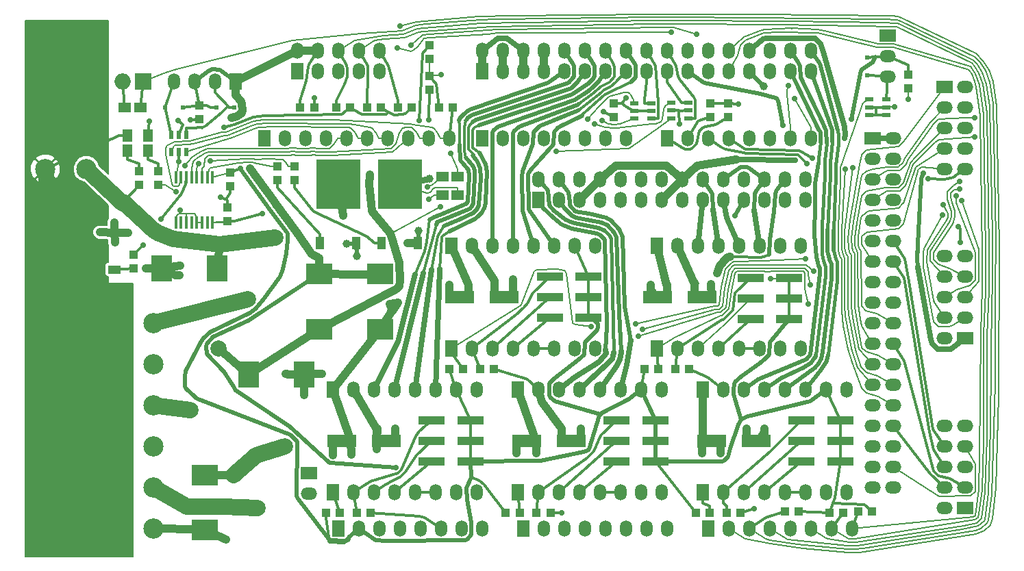
<source format=gtl>
%FSLAX34Y34*%
G04 Gerber Fmt 3.4, Leading zero omitted, Abs format*
G04 (created by PCBNEW (2014-06-10 BZR 4935)-product) date 26/06/2014 20:15:07*
%MOIN*%
G01*
G70*
G90*
G04 APERTURE LIST*
%ADD10C,0.005906*%
%ADD11R,0.141700X0.063000*%
%ADD12R,0.059055X0.051181*%
%ADD13R,0.051181X0.059055*%
%ADD14R,0.039370X0.062992*%
%ADD15R,0.212598X0.244094*%
%ADD16R,0.039400X0.023600*%
%ADD17R,0.062992X0.039370*%
%ADD18R,0.244094X0.212598*%
%ADD19R,0.023600X0.039400*%
%ADD20R,0.059055X0.078740*%
%ADD21O,0.059055X0.078740*%
%ADD22R,0.078740X0.059055*%
%ADD23O,0.078740X0.059055*%
%ADD24R,0.011811X0.062992*%
%ADD25C,0.078740*%
%ADD26C,0.098425*%
%ADD27R,0.127953X0.039370*%
%ADD28R,0.129900X0.098400*%
%ADD29R,0.098400X0.129900*%
%ADD30R,0.078740X0.078740*%
%ADD31O,0.078740X0.078740*%
%ADD32R,0.023622X0.023622*%
%ADD33R,0.039370X0.043307*%
%ADD34R,0.043307X0.039370*%
%ADD35C,0.027559*%
%ADD36C,0.039370*%
%ADD37C,0.019685*%
%ADD38C,0.011811*%
%ADD39C,0.039370*%
%ADD40C,0.007874*%
%ADD41C,0.027559*%
%ADD42C,0.006000*%
%ADD43C,0.006299*%
%ADD44C,0.078740*%
%ADD45C,0.031496*%
%ADD46C,0.017717*%
G04 APERTURE END LIST*
G54D10*
G54D11*
X43667Y-30750D03*
X45833Y-30750D03*
X31417Y-23750D03*
X33583Y-23750D03*
X41057Y-23741D03*
X43223Y-23741D03*
X34667Y-30750D03*
X36833Y-30750D03*
G54D12*
X15874Y-14500D03*
X15125Y-14500D03*
G54D11*
X25667Y-30750D03*
X27833Y-30750D03*
G54D12*
X30575Y-17890D03*
X31324Y-17890D03*
X30580Y-18775D03*
X31329Y-18775D03*
G54D13*
X15250Y-16624D03*
X15250Y-15875D03*
X16250Y-16624D03*
X16250Y-15875D03*
G54D14*
X26397Y-21124D03*
G54D15*
X25500Y-18250D03*
G54D14*
X24602Y-21124D03*
X29397Y-21124D03*
G54D15*
X28500Y-18250D03*
G54D14*
X27602Y-21124D03*
G54D16*
X39913Y-14305D03*
X39913Y-14680D03*
X39913Y-15055D03*
X40745Y-15055D03*
X40745Y-14680D03*
X40745Y-14305D03*
X41704Y-14285D03*
X41704Y-14660D03*
X41704Y-15035D03*
X42536Y-15035D03*
X42536Y-14660D03*
X42536Y-14285D03*
G54D17*
X14624Y-20602D03*
G54D18*
X11750Y-21500D03*
G54D17*
X14624Y-22397D03*
G54D19*
X17375Y-16666D03*
X17750Y-16666D03*
X18125Y-16666D03*
X18125Y-15834D03*
X17750Y-15834D03*
X17375Y-15834D03*
G54D16*
X51334Y-14125D03*
X51334Y-14500D03*
X51334Y-14875D03*
X52166Y-14875D03*
X52166Y-14500D03*
X52166Y-14125D03*
G54D20*
X21900Y-16000D03*
G54D21*
X22900Y-16000D03*
X23900Y-16000D03*
X24900Y-16000D03*
X25900Y-16000D03*
X26900Y-16000D03*
X27900Y-16000D03*
X28900Y-16000D03*
X29900Y-16000D03*
X30900Y-16000D03*
G54D20*
X25500Y-35000D03*
G54D21*
X26500Y-35000D03*
X27500Y-35000D03*
X28500Y-35000D03*
X29500Y-35000D03*
X30500Y-35000D03*
X31500Y-35000D03*
X32500Y-35000D03*
G54D20*
X34500Y-35000D03*
G54D21*
X35500Y-35000D03*
X36500Y-35000D03*
X37500Y-35000D03*
X38500Y-35000D03*
X39500Y-35000D03*
X40500Y-35000D03*
X41500Y-35000D03*
G54D20*
X32500Y-16000D03*
G54D21*
X33500Y-16000D03*
X34500Y-16000D03*
X35500Y-16000D03*
X36500Y-16000D03*
X37500Y-16000D03*
X38500Y-16000D03*
X39500Y-16000D03*
G54D20*
X43500Y-35000D03*
G54D21*
X44500Y-35000D03*
X45500Y-35000D03*
X46500Y-35000D03*
X47500Y-35000D03*
X48500Y-35000D03*
X49500Y-35000D03*
X50500Y-35000D03*
G54D20*
X41500Y-16000D03*
G54D21*
X42500Y-16000D03*
X43500Y-16000D03*
X44500Y-16000D03*
X45500Y-16000D03*
X46500Y-16000D03*
X47500Y-16000D03*
X48500Y-16000D03*
G54D22*
X51500Y-16000D03*
G54D23*
X51500Y-17000D03*
X51500Y-18000D03*
X51500Y-19000D03*
X51500Y-20000D03*
X51500Y-21000D03*
X51500Y-22000D03*
X51500Y-23000D03*
X51500Y-24000D03*
X51500Y-25000D03*
X51500Y-26000D03*
X51500Y-27000D03*
X51500Y-28000D03*
X51500Y-29000D03*
X51500Y-30000D03*
X51500Y-31000D03*
X51500Y-32000D03*
X51500Y-33000D03*
X52500Y-16000D03*
X52500Y-17000D03*
X52500Y-18000D03*
X52500Y-19000D03*
X52500Y-20000D03*
X52500Y-21000D03*
X52500Y-22000D03*
X52500Y-23000D03*
X52500Y-24000D03*
X52500Y-25000D03*
X52500Y-26000D03*
X52500Y-27000D03*
X52500Y-28000D03*
X52500Y-29000D03*
X52500Y-30000D03*
X52500Y-31000D03*
X52500Y-32000D03*
X52500Y-33000D03*
G54D20*
X43250Y-33250D03*
G54D21*
X44250Y-33250D03*
X45250Y-33250D03*
X46250Y-33250D03*
X47250Y-33250D03*
X48250Y-33250D03*
X49250Y-33250D03*
X50250Y-33250D03*
G54D20*
X43250Y-28250D03*
G54D21*
X44250Y-28250D03*
X45250Y-28250D03*
X46250Y-28250D03*
X47250Y-28250D03*
X48250Y-28250D03*
X49250Y-28250D03*
X50250Y-28250D03*
G54D20*
X31000Y-26250D03*
G54D21*
X32000Y-26250D03*
X33000Y-26250D03*
X34000Y-26250D03*
X35000Y-26250D03*
X36000Y-26250D03*
X37000Y-26250D03*
X38000Y-26250D03*
G54D20*
X31000Y-21250D03*
G54D21*
X32000Y-21250D03*
X33000Y-21250D03*
X34000Y-21250D03*
X35000Y-21250D03*
X36000Y-21250D03*
X37000Y-21250D03*
X38000Y-21250D03*
G54D20*
X41000Y-26250D03*
G54D21*
X42000Y-26250D03*
X43000Y-26250D03*
X44000Y-26250D03*
X45000Y-26250D03*
X46000Y-26250D03*
X47000Y-26250D03*
X48000Y-26250D03*
G54D20*
X41000Y-21250D03*
G54D21*
X42000Y-21250D03*
X43000Y-21250D03*
X44000Y-21250D03*
X45000Y-21250D03*
X46000Y-21250D03*
X47000Y-21250D03*
X48000Y-21250D03*
G54D20*
X34250Y-33250D03*
G54D21*
X35250Y-33250D03*
X36250Y-33250D03*
X37250Y-33250D03*
X38250Y-33250D03*
X39250Y-33250D03*
X40250Y-33250D03*
X41250Y-33250D03*
G54D20*
X34250Y-28250D03*
G54D21*
X35250Y-28250D03*
X36250Y-28250D03*
X37250Y-28250D03*
X38250Y-28250D03*
X39250Y-28250D03*
X40250Y-28250D03*
X41250Y-28250D03*
G54D20*
X25250Y-33250D03*
G54D21*
X26250Y-33250D03*
X27250Y-33250D03*
X28250Y-33250D03*
X29250Y-33250D03*
X30250Y-33250D03*
X31250Y-33250D03*
X32250Y-33250D03*
G54D20*
X25250Y-28250D03*
G54D21*
X26250Y-28250D03*
X27250Y-28250D03*
X28250Y-28250D03*
X29250Y-28250D03*
X30250Y-28250D03*
X31250Y-28250D03*
X32250Y-28250D03*
G54D20*
X20500Y-13250D03*
G54D21*
X19500Y-13250D03*
X18500Y-13250D03*
X17500Y-13250D03*
G54D22*
X52250Y-11000D03*
G54D23*
X52250Y-12000D03*
X52250Y-13000D03*
G54D22*
X55000Y-13500D03*
G54D23*
X55000Y-14500D03*
X55000Y-15500D03*
X55000Y-16500D03*
X55000Y-17500D03*
X56000Y-13500D03*
X56000Y-14500D03*
X56000Y-15500D03*
X56000Y-16500D03*
X56000Y-17500D03*
G54D20*
X32500Y-12750D03*
G54D21*
X33500Y-12750D03*
X34500Y-12750D03*
X35500Y-12750D03*
X36500Y-12750D03*
X37500Y-12750D03*
X38500Y-12750D03*
X39500Y-12750D03*
X40500Y-12750D03*
X41500Y-12750D03*
X42500Y-12750D03*
X43500Y-12750D03*
X44500Y-12750D03*
X45500Y-12750D03*
X46500Y-12750D03*
X47500Y-12750D03*
X48500Y-12750D03*
X32500Y-11750D03*
X33500Y-11750D03*
X34500Y-11750D03*
X35500Y-11750D03*
X36500Y-11750D03*
X37500Y-11750D03*
X38500Y-11750D03*
X39500Y-11750D03*
X40500Y-11750D03*
X41500Y-11750D03*
X42500Y-11750D03*
X43500Y-11750D03*
X44500Y-11750D03*
X45500Y-11750D03*
X46500Y-11750D03*
X47500Y-11750D03*
X48500Y-11750D03*
G54D22*
X56000Y-25750D03*
G54D23*
X56000Y-24750D03*
X56000Y-23750D03*
X56000Y-22750D03*
X56000Y-21750D03*
X55000Y-25750D03*
X55000Y-24750D03*
X55000Y-23750D03*
X55000Y-22750D03*
X55000Y-21750D03*
G54D22*
X56000Y-34000D03*
G54D23*
X56000Y-33000D03*
X56000Y-32000D03*
X56000Y-31000D03*
X56000Y-30000D03*
X55000Y-34000D03*
X55000Y-33000D03*
X55000Y-32000D03*
X55000Y-31000D03*
X55000Y-30000D03*
G54D20*
X23500Y-12750D03*
G54D21*
X24500Y-12750D03*
X25500Y-12750D03*
X26500Y-12750D03*
X27500Y-12750D03*
X23500Y-11750D03*
X24500Y-11750D03*
X25500Y-11750D03*
X26500Y-11750D03*
X27500Y-11750D03*
G54D22*
X24080Y-32300D03*
G54D23*
X24080Y-33300D03*
G54D24*
X17604Y-20102D03*
X17860Y-20102D03*
X18116Y-20102D03*
X18372Y-20102D03*
X18627Y-20102D03*
X18883Y-20102D03*
X19139Y-20102D03*
X19395Y-20102D03*
X19395Y-17897D03*
X19139Y-17897D03*
X18883Y-17897D03*
X18627Y-17897D03*
X18372Y-17897D03*
X18116Y-17897D03*
X17860Y-17897D03*
X17604Y-17897D03*
G54D25*
X21568Y-34000D03*
X22931Y-31000D03*
X18318Y-29250D03*
X19681Y-26250D03*
X21102Y-23854D03*
X22465Y-20854D03*
G54D26*
X16500Y-25000D03*
X16500Y-27000D03*
X16500Y-29000D03*
X16500Y-31000D03*
X16500Y-33000D03*
X16500Y-35000D03*
G54D27*
X48064Y-29750D03*
X48064Y-30750D03*
X48064Y-31750D03*
X49935Y-29750D03*
X49935Y-30750D03*
X49935Y-31750D03*
X35814Y-22750D03*
X35814Y-23750D03*
X35814Y-24750D03*
X37685Y-22750D03*
X37685Y-23750D03*
X37685Y-24750D03*
X45588Y-22811D03*
X45588Y-23811D03*
X45588Y-24811D03*
X47458Y-22811D03*
X47458Y-23811D03*
X47458Y-24811D03*
X39064Y-29750D03*
X39064Y-30750D03*
X39064Y-31750D03*
X40935Y-29750D03*
X40935Y-30750D03*
X40935Y-31750D03*
X30064Y-29750D03*
X30064Y-30750D03*
X30064Y-31750D03*
X31935Y-29750D03*
X31935Y-30750D03*
X31935Y-31750D03*
G54D28*
X27548Y-25305D03*
X27548Y-22627D03*
X24575Y-25300D03*
X24575Y-22622D03*
X19000Y-35089D03*
X19000Y-32411D03*
G54D29*
X23839Y-27500D03*
X21161Y-27500D03*
X16930Y-22330D03*
X19608Y-22330D03*
G54D26*
X13250Y-17500D03*
X11250Y-17500D03*
G54D30*
X16000Y-13250D03*
G54D31*
X15000Y-13250D03*
G54D32*
X20433Y-14500D03*
X19566Y-14500D03*
X17066Y-14500D03*
X17933Y-14500D03*
X51250Y-12933D03*
X51250Y-12066D03*
G54D33*
X53250Y-12915D03*
X53250Y-13584D03*
X18750Y-14415D03*
X18750Y-15084D03*
G54D34*
X23665Y-14500D03*
X24334Y-14500D03*
G54D33*
X38920Y-14984D03*
X38920Y-14315D03*
G54D34*
X29084Y-14500D03*
X28415Y-14500D03*
X27584Y-14500D03*
X26915Y-14500D03*
X26084Y-14500D03*
X25415Y-14500D03*
G54D33*
X16750Y-17615D03*
X16750Y-18284D03*
G54D34*
X26415Y-34250D03*
X27084Y-34250D03*
X24915Y-34250D03*
X25584Y-34250D03*
X31084Y-14500D03*
X30415Y-14500D03*
G54D33*
X15563Y-21670D03*
X15563Y-22339D03*
G54D34*
X47251Y-34169D03*
X47921Y-34169D03*
X35165Y-34250D03*
X35834Y-34250D03*
G54D33*
X15800Y-17615D03*
X15800Y-18284D03*
G54D34*
X33665Y-34250D03*
X34334Y-34250D03*
X41915Y-27250D03*
X42584Y-27250D03*
X40415Y-27250D03*
X41084Y-27250D03*
X49415Y-34250D03*
X50084Y-34250D03*
X32415Y-27250D03*
X33084Y-27250D03*
X51493Y-34183D03*
X50824Y-34183D03*
G54D33*
X29953Y-13657D03*
X29953Y-12988D03*
X23386Y-17374D03*
X23386Y-18043D03*
G54D34*
X30915Y-27250D03*
X31584Y-27250D03*
X44415Y-34250D03*
X45084Y-34250D03*
G54D33*
X29941Y-11481D03*
X29941Y-12150D03*
X22562Y-17371D03*
X22562Y-18041D03*
G54D34*
X42915Y-34250D03*
X43584Y-34250D03*
G54D33*
X43620Y-14994D03*
X43620Y-14325D03*
X44490Y-14984D03*
X44490Y-14315D03*
X20105Y-20060D03*
X20105Y-19391D03*
X20250Y-17665D03*
X20250Y-18334D03*
G54D20*
X35250Y-19000D03*
G54D21*
X36250Y-19000D03*
X37250Y-19000D03*
X38250Y-19000D03*
X39250Y-19000D03*
X40250Y-19000D03*
X41250Y-19000D03*
X42250Y-19000D03*
X43250Y-19000D03*
X44250Y-19000D03*
X45250Y-19000D03*
X46250Y-19000D03*
X47250Y-19000D03*
X48250Y-19000D03*
X35250Y-18000D03*
X36250Y-18000D03*
X37250Y-18000D03*
X38250Y-18000D03*
X39250Y-18000D03*
X40250Y-18000D03*
X41250Y-18000D03*
X42250Y-18000D03*
X43250Y-18000D03*
X44250Y-18000D03*
X45250Y-18000D03*
X46250Y-18000D03*
X47250Y-18000D03*
X48250Y-18000D03*
G54D35*
X50468Y-15066D03*
X47152Y-15370D03*
G54D36*
X43953Y-22573D03*
X26398Y-22634D03*
X21219Y-17488D03*
G54D35*
X22488Y-19240D03*
X21820Y-19669D03*
G54D36*
X20319Y-15008D03*
G54D35*
X38403Y-14721D03*
X28315Y-32042D03*
X47757Y-17084D03*
X50155Y-16001D03*
X53967Y-17700D03*
X29465Y-15132D03*
X17613Y-18602D03*
X18058Y-17341D03*
X29052Y-11476D03*
X42964Y-10954D03*
X56496Y-15006D03*
X28375Y-11596D03*
X41702Y-10860D03*
X56493Y-15934D03*
X48239Y-21869D03*
X39970Y-25060D03*
X37827Y-25178D03*
X48633Y-22479D03*
X40330Y-25310D03*
X48475Y-23152D03*
X40100Y-25660D03*
X48388Y-24081D03*
X29902Y-15106D03*
X55780Y-21090D03*
X55670Y-20300D03*
X44976Y-14344D03*
G54D36*
X46210Y-13480D03*
G54D35*
X24362Y-14060D03*
X45741Y-34043D03*
G54D36*
X23010Y-27511D03*
G54D35*
X16315Y-15193D03*
X30508Y-12908D03*
X52590Y-14495D03*
X53241Y-14127D03*
X36372Y-34240D03*
X17700Y-15150D03*
X19788Y-18879D03*
X17803Y-19516D03*
X18303Y-15109D03*
G54D36*
X14600Y-20100D03*
X26400Y-21750D03*
X29400Y-20520D03*
X25900Y-21150D03*
G54D35*
X17754Y-17133D03*
G54D36*
X17770Y-22680D03*
X13920Y-20590D03*
X14650Y-21080D03*
X15280Y-20600D03*
X17800Y-22210D03*
X16140Y-22340D03*
X23840Y-28500D03*
X24720Y-27490D03*
X28880Y-21120D03*
X46240Y-30150D03*
X34020Y-22880D03*
X43650Y-23120D03*
X33120Y-22930D03*
X42867Y-23088D03*
X17970Y-35040D03*
X20060Y-35550D03*
X45370Y-30140D03*
X28280Y-30150D03*
X27400Y-30160D03*
X37320Y-30140D03*
X36380Y-30140D03*
G54D35*
X54229Y-17990D03*
X39511Y-14051D03*
X42118Y-15310D03*
G54D36*
X28406Y-24023D03*
X31840Y-23130D03*
X30909Y-23155D03*
X41509Y-23130D03*
X40722Y-23144D03*
X28010Y-24080D03*
X28140Y-24410D03*
X25250Y-31430D03*
X26150Y-31400D03*
X34190Y-31350D03*
X35150Y-31340D03*
X43200Y-31340D03*
X44120Y-31350D03*
G54D35*
X20758Y-17478D03*
X19937Y-15468D03*
X46540Y-22838D03*
X28515Y-10532D03*
X37663Y-15070D03*
X37986Y-15307D03*
X38360Y-15143D03*
X36105Y-16640D03*
X48320Y-17250D03*
X48572Y-16967D03*
X50195Y-17504D03*
X50550Y-17450D03*
X30486Y-19340D03*
G54D36*
X27030Y-18255D03*
X27040Y-17780D03*
G54D35*
X30996Y-16735D03*
G54D36*
X25735Y-19770D03*
X29935Y-17970D03*
G54D35*
X44803Y-19786D03*
X55764Y-18097D03*
X55588Y-18800D03*
X54961Y-19236D03*
X55755Y-18463D03*
X55840Y-19056D03*
X54908Y-19753D03*
X29858Y-18386D03*
X29925Y-18963D03*
X18707Y-17242D03*
X19288Y-17112D03*
X16868Y-19962D03*
X16030Y-21219D03*
X47729Y-14090D03*
X47429Y-13434D03*
G54D37*
X51527Y-12307D02*
X51658Y-12039D01*
X51015Y-12654D02*
X51527Y-12307D01*
X50957Y-12721D02*
X51015Y-12654D01*
X50468Y-15066D02*
X50957Y-12721D01*
G54D38*
X52249Y-12000D02*
X52250Y-12000D01*
X51658Y-12039D02*
X52249Y-12000D01*
X51250Y-12066D02*
X51658Y-12039D01*
G54D37*
X43199Y-13247D02*
X42500Y-12750D01*
X43303Y-13322D02*
X43199Y-13247D01*
X46044Y-13858D02*
X43303Y-13322D01*
X46790Y-14034D02*
X46044Y-13858D01*
X46843Y-14086D02*
X46790Y-14034D01*
X46899Y-14192D02*
X46843Y-14086D01*
X47152Y-15370D02*
X46899Y-14192D01*
X46815Y-18593D02*
X47250Y-18000D01*
X46771Y-18762D02*
X46815Y-18593D01*
X46703Y-19568D02*
X46771Y-18762D01*
X46525Y-20962D02*
X46703Y-19568D01*
X46488Y-21672D02*
X46525Y-20962D01*
G54D38*
X46226Y-21772D02*
X46488Y-21672D01*
X46059Y-21797D02*
X46226Y-21772D01*
X44854Y-21782D02*
X46059Y-21797D01*
X44571Y-21763D02*
X44854Y-21782D01*
G54D39*
X44464Y-21817D02*
X44571Y-21763D01*
X44372Y-21870D02*
X44464Y-21817D01*
X44068Y-22197D02*
X44372Y-21870D01*
X43953Y-22573D02*
X44068Y-22197D01*
X26533Y-22634D02*
X26398Y-22634D01*
X27188Y-22638D02*
X27598Y-22638D01*
X26533Y-22634D02*
X27188Y-22638D01*
X24575Y-22622D02*
X26533Y-22634D01*
X27598Y-22638D02*
X27646Y-22638D01*
X27548Y-22627D02*
X27598Y-22638D01*
G54D37*
X21158Y-24880D02*
X24575Y-22622D01*
X19430Y-25690D02*
X21158Y-24880D01*
X19135Y-25986D02*
X19430Y-25690D01*
X19118Y-26006D02*
X19135Y-25986D01*
X19083Y-26129D02*
X19118Y-26006D01*
X19114Y-26509D02*
X19083Y-26129D01*
X19948Y-27386D02*
X19114Y-26509D01*
X20369Y-28044D02*
X19948Y-27386D01*
X20515Y-28274D02*
X20369Y-28044D01*
X20369Y-28044D02*
X20369Y-28044D01*
X20520Y-28278D02*
X20369Y-28044D01*
X23163Y-30046D02*
X20520Y-28278D01*
X25042Y-31771D02*
X23163Y-30046D01*
X25117Y-31803D02*
X25042Y-31771D01*
X28315Y-32042D02*
X25117Y-31803D01*
G54D39*
X23500Y-11750D02*
X24500Y-11750D01*
X20500Y-13250D02*
X23500Y-11750D01*
G54D38*
X19086Y-14415D02*
X18750Y-14415D01*
X19309Y-14500D02*
X19086Y-14415D01*
X19566Y-14500D02*
X19309Y-14500D01*
G54D39*
X22429Y-19108D02*
X22453Y-19163D01*
X21219Y-17488D02*
X22429Y-19108D01*
X22453Y-19163D02*
X22457Y-19171D01*
X22453Y-19163D02*
X22452Y-19163D01*
X22457Y-19171D02*
X22488Y-19240D01*
G54D38*
X22457Y-19171D02*
X22457Y-19171D01*
X20441Y-20060D02*
X21820Y-19669D01*
X20105Y-20060D02*
X20441Y-20060D01*
G54D39*
X23468Y-20574D02*
X22457Y-19171D01*
X23468Y-20575D02*
X23468Y-20574D01*
X24207Y-21652D02*
X23468Y-20575D01*
X24575Y-21853D02*
X24207Y-21652D01*
X24575Y-22622D02*
X24575Y-21853D01*
X20567Y-14933D02*
X20319Y-15008D01*
X20702Y-14853D02*
X20567Y-14933D01*
X20800Y-14777D02*
X20702Y-14853D01*
X20833Y-14669D02*
X20800Y-14777D01*
X20829Y-14322D02*
X20833Y-14669D01*
X20797Y-14220D02*
X20829Y-14322D01*
X20500Y-13920D02*
X20797Y-14220D01*
X20500Y-13250D02*
X20500Y-13920D01*
G54D38*
X24085Y-12411D02*
X24500Y-11750D01*
X24048Y-12537D02*
X24085Y-12411D01*
X23949Y-13205D02*
X24048Y-12537D01*
X23665Y-14163D02*
X23949Y-13205D01*
X23665Y-14500D02*
X23665Y-14163D01*
X22488Y-19240D02*
X22428Y-19180D01*
G54D40*
X19395Y-20102D02*
X20105Y-20060D01*
G54D38*
X52250Y-12000D02*
X53240Y-12433D01*
G54D40*
X20147Y-20122D02*
X20277Y-20122D01*
X19395Y-20102D02*
X20147Y-20122D01*
G54D38*
X18500Y-13250D02*
X18750Y-14415D01*
G54D37*
X19747Y-12684D02*
X20500Y-13250D01*
X19382Y-12651D02*
X19747Y-12684D01*
X19173Y-12748D02*
X19382Y-12651D01*
X18500Y-13250D02*
X19173Y-12748D01*
G54D38*
X53250Y-12915D02*
X53240Y-12443D01*
X17933Y-14500D02*
X18750Y-14415D01*
X38920Y-14984D02*
X38403Y-14721D01*
G54D41*
X53700Y-22286D02*
X53711Y-22347D01*
X54355Y-25818D02*
X53700Y-22286D01*
X54413Y-26008D02*
X54355Y-25818D01*
X54695Y-26269D02*
X54413Y-26008D01*
X55317Y-26266D02*
X54695Y-26269D01*
X56000Y-25750D02*
X55317Y-26266D01*
G54D39*
X38250Y-18000D02*
X37250Y-19000D01*
X41250Y-19000D02*
X42250Y-18000D01*
G54D41*
X44885Y-17035D02*
X47757Y-17084D01*
X51500Y-16000D02*
X52500Y-16000D01*
X46194Y-11189D02*
X45500Y-11750D01*
X46313Y-11138D02*
X46194Y-11189D01*
X48712Y-11138D02*
X46313Y-11138D01*
X48991Y-11417D02*
X48712Y-11138D01*
X49126Y-11806D02*
X48991Y-11417D01*
X50132Y-15461D02*
X49126Y-11806D01*
X50166Y-15850D02*
X50132Y-15461D01*
X50155Y-16001D02*
X50166Y-15850D01*
G54D37*
X53679Y-21823D02*
X53700Y-21420D01*
X53870Y-17990D02*
X53679Y-21823D01*
X53967Y-17700D02*
X53870Y-17990D01*
X53700Y-22350D02*
X53700Y-22286D01*
X53679Y-21823D02*
X53700Y-22350D01*
G54D39*
X41487Y-17329D02*
X42250Y-18000D01*
X41012Y-17329D02*
X41487Y-17329D01*
X40997Y-17344D02*
X41012Y-17329D01*
X40487Y-17329D02*
X40997Y-17344D01*
X40012Y-17329D02*
X40487Y-17329D01*
X39929Y-17360D02*
X40012Y-17329D01*
X39487Y-17329D02*
X39929Y-17360D01*
X39012Y-17329D02*
X39487Y-17329D01*
X38250Y-18000D02*
X39012Y-17329D01*
X43169Y-17309D02*
X44885Y-17035D01*
X42986Y-17352D02*
X43169Y-17309D01*
X42250Y-18000D02*
X42986Y-17352D01*
G54D38*
X25584Y-34250D02*
X25250Y-33250D01*
X26934Y-12471D02*
X26500Y-11750D01*
X26934Y-13028D02*
X26934Y-12471D01*
X26915Y-14163D02*
X26934Y-13028D01*
X26915Y-14500D02*
X26915Y-14163D01*
G54D40*
X27288Y-11245D02*
X26500Y-11750D01*
X27761Y-11177D02*
X27288Y-11245D01*
X28754Y-11107D02*
X27761Y-11177D01*
X29431Y-10843D02*
X28754Y-11107D01*
X29656Y-10809D02*
X29431Y-10843D01*
X32950Y-10565D02*
X29656Y-10809D01*
X40868Y-10444D02*
X32950Y-10565D01*
X41874Y-10444D02*
X40868Y-10444D01*
X46996Y-10476D02*
X41874Y-10444D01*
X52649Y-10577D02*
X46996Y-10476D01*
X52690Y-10588D02*
X52649Y-10577D01*
X56345Y-12361D02*
X52690Y-10588D01*
X56485Y-12500D02*
X56345Y-12361D01*
X56693Y-12857D02*
X56485Y-12500D01*
X56883Y-13390D02*
X56693Y-12857D01*
X57072Y-14768D02*
X56883Y-13390D01*
X57177Y-21545D02*
X57072Y-14768D01*
X57174Y-23417D02*
X57177Y-21545D01*
X57088Y-25655D02*
X57174Y-23417D01*
X57072Y-30619D02*
X57088Y-25655D01*
X56997Y-33247D02*
X57072Y-30619D01*
X56831Y-34516D02*
X56997Y-33247D01*
X56761Y-34592D02*
X56831Y-34516D01*
X56567Y-34739D02*
X56761Y-34592D01*
X55944Y-34874D02*
X56567Y-34739D01*
X50722Y-35675D02*
X55944Y-34874D01*
X50371Y-35687D02*
X50722Y-35675D01*
X49347Y-35516D02*
X50371Y-35687D01*
X49254Y-35480D02*
X49347Y-35516D01*
X48500Y-35000D02*
X49254Y-35480D01*
X47584Y-10654D02*
X47584Y-10664D01*
X45262Y-11068D02*
X44500Y-11750D01*
X46113Y-10731D02*
X45262Y-11068D01*
X46266Y-10715D02*
X46113Y-10731D01*
X46276Y-10715D02*
X46266Y-10715D01*
X47584Y-10654D02*
X46276Y-10715D01*
G54D38*
X50084Y-34250D02*
X49500Y-35000D01*
G54D40*
X48824Y-10715D02*
X47584Y-10654D01*
X49194Y-10773D02*
X48824Y-10715D01*
X51766Y-11400D02*
X49194Y-10773D01*
X51830Y-11414D02*
X51766Y-11400D01*
X52525Y-11414D02*
X51830Y-11414D01*
X56280Y-12520D02*
X52525Y-11414D01*
X56358Y-12598D02*
X56280Y-12520D01*
X56515Y-12867D02*
X56358Y-12598D01*
X56720Y-13427D02*
X56515Y-12867D01*
X56912Y-14834D02*
X56720Y-13427D01*
X57006Y-21649D02*
X56912Y-14834D01*
X57012Y-23077D02*
X57006Y-21649D01*
X57007Y-23465D02*
X57012Y-23077D01*
X56929Y-25594D02*
X57007Y-23465D01*
X56907Y-30809D02*
X56929Y-25594D01*
X56841Y-33143D02*
X56907Y-30809D01*
X56692Y-34285D02*
X56841Y-33143D01*
X56653Y-34473D02*
X56692Y-34285D01*
X56492Y-34591D02*
X56653Y-34473D01*
X50661Y-35512D02*
X56492Y-34591D01*
X50341Y-35517D02*
X50661Y-35512D01*
X49500Y-35000D02*
X50341Y-35517D01*
G54D38*
X50824Y-34183D02*
X50500Y-35000D01*
G54D40*
X44950Y-11966D02*
X44500Y-12750D01*
X45085Y-11479D02*
X44950Y-11966D01*
X45327Y-11237D02*
X45085Y-11479D01*
G54D42*
X46221Y-10884D02*
X45327Y-11237D01*
X46942Y-10841D02*
X46221Y-10884D01*
X48842Y-10881D02*
X46942Y-10841D01*
G54D40*
X51721Y-11569D02*
X48842Y-10881D01*
X51846Y-11576D02*
X51721Y-11569D01*
X52515Y-11585D02*
X51846Y-11576D01*
X56214Y-12679D02*
X52515Y-11585D01*
X56231Y-12696D02*
X56214Y-12679D01*
X56334Y-12874D02*
X56231Y-12696D01*
X56476Y-13236D02*
X56334Y-12874D01*
X56562Y-13498D02*
X56476Y-13236D01*
X56754Y-14907D02*
X56562Y-13498D01*
X56842Y-21683D02*
X56754Y-14907D01*
X56849Y-23304D02*
X56842Y-21683D01*
X56770Y-25523D02*
X56849Y-23304D01*
G54D43*
X56728Y-31521D02*
X56770Y-25523D01*
X56683Y-33127D02*
X56728Y-31521D01*
X56511Y-34369D02*
X56683Y-33127D01*
G54D40*
X56424Y-34439D02*
X56511Y-34369D01*
X50500Y-35000D02*
X56424Y-34439D01*
G54D38*
X43584Y-33913D02*
X43584Y-34250D01*
X43250Y-33782D02*
X43584Y-33913D01*
X43250Y-33250D02*
X43250Y-33782D01*
G54D40*
X28139Y-16669D02*
X28900Y-16000D01*
X25203Y-16830D02*
X28139Y-16669D01*
X24596Y-16830D02*
X25203Y-16830D01*
X24219Y-16814D02*
X24596Y-16830D01*
X24203Y-16830D02*
X24219Y-16814D01*
X23596Y-16830D02*
X24203Y-16830D01*
X23227Y-16806D02*
X23596Y-16830D01*
X23203Y-16830D02*
X23227Y-16806D01*
X19230Y-16830D02*
X23203Y-16830D01*
X19181Y-16855D02*
X19230Y-16830D01*
X19031Y-17006D02*
X19181Y-16855D01*
X18967Y-17392D02*
X19031Y-17006D01*
X18883Y-17463D02*
X18967Y-17392D01*
X18883Y-17897D02*
X18883Y-17463D01*
G54D38*
X29601Y-11882D02*
X29941Y-11481D01*
X29465Y-15132D02*
X29601Y-11882D01*
G54D40*
X25485Y-16000D02*
X25900Y-16000D01*
X25314Y-16270D02*
X25485Y-16000D01*
X25071Y-16513D02*
X25314Y-16270D01*
X24728Y-16513D02*
X25071Y-16513D01*
X24102Y-16482D02*
X24728Y-16513D01*
X24071Y-16513D02*
X24102Y-16482D01*
X23728Y-16513D02*
X24071Y-16513D01*
X23249Y-16464D02*
X23728Y-16513D01*
X23102Y-16482D02*
X23249Y-16464D01*
X23071Y-16513D02*
X23102Y-16482D01*
X22728Y-16513D02*
X23071Y-16513D01*
X22709Y-16508D02*
X22728Y-16513D01*
X22241Y-16513D02*
X22709Y-16508D01*
X19147Y-16513D02*
X22241Y-16513D01*
X18842Y-16662D02*
X19147Y-16513D01*
X18512Y-16852D02*
X18842Y-16662D01*
X18392Y-16950D02*
X18512Y-16852D01*
X18064Y-17335D02*
X18392Y-16950D01*
X18058Y-17341D02*
X18064Y-17335D01*
X17066Y-18284D02*
X16750Y-18284D01*
X17613Y-18602D02*
X17066Y-18284D01*
X29600Y-10982D02*
X29052Y-11476D01*
X29946Y-10955D02*
X29600Y-10982D01*
X33237Y-10726D02*
X29946Y-10955D01*
X33326Y-10721D02*
X33237Y-10726D01*
X33363Y-10721D02*
X33326Y-10721D01*
X41594Y-10604D02*
X33363Y-10721D01*
X41595Y-10603D02*
X41594Y-10604D01*
X41805Y-10603D02*
X41595Y-10603D01*
X42964Y-10954D02*
X41805Y-10603D01*
X56062Y-15006D02*
X56496Y-15006D01*
X54727Y-15087D02*
X56062Y-15006D01*
X54497Y-15317D02*
X54727Y-15087D01*
X53214Y-17076D02*
X54497Y-15317D01*
X53169Y-17223D02*
X53214Y-17076D01*
X53101Y-17312D02*
X53169Y-17223D01*
X52885Y-17529D02*
X53101Y-17312D01*
X52814Y-17585D02*
X52885Y-17529D01*
X52244Y-17585D02*
X52814Y-17585D01*
X52109Y-17630D02*
X52244Y-17585D01*
X51500Y-18000D02*
X52109Y-17630D01*
X33394Y-10879D02*
X41702Y-10860D01*
X33331Y-10880D02*
X33394Y-10879D01*
X33252Y-10884D02*
X33331Y-10880D01*
X32814Y-10942D02*
X33252Y-10884D01*
X29951Y-11118D02*
X32814Y-10942D01*
X29672Y-11139D02*
X29951Y-11118D01*
X29372Y-11539D02*
X29672Y-11139D01*
X29175Y-11721D02*
X29372Y-11539D01*
X29058Y-11766D02*
X29175Y-11721D01*
X28375Y-11596D02*
X29058Y-11766D01*
X54761Y-16064D02*
X56493Y-15934D01*
X54554Y-16223D02*
X54761Y-16064D01*
X53525Y-17247D02*
X54554Y-16223D01*
X53525Y-17247D02*
X53525Y-17247D01*
X53462Y-17357D02*
X53525Y-17247D01*
X53386Y-17578D02*
X53462Y-17357D01*
X53214Y-18058D02*
X53386Y-17578D01*
X53129Y-18316D02*
X53214Y-18058D01*
X52837Y-18574D02*
X53129Y-18316D01*
X52229Y-18585D02*
X52837Y-18574D01*
X51500Y-19000D02*
X52229Y-18585D01*
X46140Y-21979D02*
X48239Y-21869D01*
X44771Y-22018D02*
X46140Y-21979D01*
X44764Y-22020D02*
X44771Y-22018D01*
X44634Y-22085D02*
X44764Y-22020D01*
X44352Y-22367D02*
X44634Y-22085D01*
X44164Y-23239D02*
X44352Y-22367D01*
X44048Y-24109D02*
X44164Y-23239D01*
X43982Y-24175D02*
X44048Y-24109D01*
X43807Y-24175D02*
X43982Y-24175D01*
X39970Y-25060D02*
X43807Y-24175D01*
X37034Y-25069D02*
X37827Y-25178D01*
X36991Y-25062D02*
X37034Y-25069D01*
X36925Y-24996D02*
X36991Y-25062D01*
X36624Y-22602D02*
X36925Y-24996D01*
X36557Y-22485D02*
X36624Y-22602D01*
X36513Y-22436D02*
X36557Y-22485D01*
X36156Y-22395D02*
X36513Y-22436D01*
X35179Y-22415D02*
X36156Y-22395D01*
X35108Y-22448D02*
X35179Y-22415D01*
X35063Y-22485D02*
X35108Y-22448D01*
X34430Y-24096D02*
X35063Y-22485D01*
X34348Y-24182D02*
X34430Y-24096D01*
X31000Y-26250D02*
X34348Y-24182D01*
G54D38*
X31000Y-26451D02*
X31002Y-26450D01*
X31000Y-26450D02*
X31000Y-26451D01*
X31000Y-26250D02*
X31000Y-26450D01*
X31000Y-26451D02*
X31584Y-27250D01*
G54D40*
X48279Y-22177D02*
X48633Y-22479D01*
X46637Y-22177D02*
X48279Y-22177D01*
X46412Y-22180D02*
X46637Y-22177D01*
X46409Y-22177D02*
X46412Y-22180D01*
X44806Y-22177D02*
X46409Y-22177D01*
G54D43*
X44728Y-22216D02*
X44806Y-22177D01*
X44511Y-22433D02*
X44728Y-22216D01*
X44323Y-23305D02*
X44511Y-22433D01*
G54D40*
X44207Y-24175D02*
X44323Y-23305D01*
X44048Y-24334D02*
X44207Y-24175D01*
X43861Y-24334D02*
X44048Y-24334D01*
X40330Y-25310D02*
X43861Y-24334D01*
X48376Y-22690D02*
X48475Y-23152D01*
X48376Y-22499D02*
X48376Y-22690D01*
X48213Y-22336D02*
X48376Y-22499D01*
X46703Y-22336D02*
X48213Y-22336D01*
X46348Y-22340D02*
X46703Y-22336D01*
X46343Y-22336D02*
X46348Y-22340D01*
X44844Y-22336D02*
X46343Y-22336D01*
X44822Y-22346D02*
X44844Y-22336D01*
X44670Y-22499D02*
X44822Y-22346D01*
X44481Y-23371D02*
X44670Y-22499D01*
G54D43*
X44366Y-24241D02*
X44481Y-23371D01*
X44113Y-24493D02*
X44366Y-24241D01*
G54D40*
X43974Y-24493D02*
X44113Y-24493D01*
X40100Y-25660D02*
X43974Y-24493D01*
X48217Y-23347D02*
X48388Y-24081D01*
G54D43*
X48217Y-22565D02*
X48217Y-23347D01*
X48147Y-22495D02*
X48217Y-22565D01*
X46769Y-22495D02*
X48147Y-22495D01*
G54D40*
X46283Y-22501D02*
X46769Y-22495D01*
X46277Y-22495D02*
X46283Y-22501D01*
G54D43*
X44899Y-22495D02*
X46277Y-22495D01*
X44829Y-22565D02*
X44899Y-22495D01*
X44640Y-23437D02*
X44829Y-22565D01*
G54D40*
X44525Y-24306D02*
X44640Y-23437D01*
X44179Y-24652D02*
X44525Y-24306D01*
X44107Y-24652D02*
X44179Y-24652D01*
X41875Y-25705D02*
X44107Y-24652D01*
X41000Y-26250D02*
X41875Y-25705D01*
G54D38*
X41084Y-27250D02*
X41000Y-26250D01*
G54D40*
X30485Y-16000D02*
X30900Y-16000D01*
X30325Y-15713D02*
X30485Y-16000D01*
X30167Y-15549D02*
X30325Y-15713D01*
X30067Y-15487D02*
X30167Y-15549D01*
X29358Y-15389D02*
X30067Y-15487D01*
X28966Y-15296D02*
X29358Y-15389D01*
X25272Y-15121D02*
X28966Y-15296D01*
X21838Y-15107D02*
X25272Y-15121D01*
X21392Y-15175D02*
X21838Y-15107D01*
X20044Y-15726D02*
X21392Y-15175D01*
X19857Y-15726D02*
X20044Y-15726D01*
X18269Y-16150D02*
X19857Y-15726D01*
X17537Y-16192D02*
X18269Y-16150D01*
X17228Y-16341D02*
X17537Y-16192D01*
X17147Y-16393D02*
X17228Y-16341D01*
X17118Y-16538D02*
X17147Y-16393D01*
X17118Y-16826D02*
X17118Y-16538D01*
X17401Y-18221D02*
X17118Y-16826D01*
X17459Y-18310D02*
X17401Y-18221D01*
X17506Y-18332D02*
X17459Y-18310D01*
X17727Y-18332D02*
X17506Y-18332D01*
X17793Y-18265D02*
X17727Y-18332D01*
X17860Y-17897D02*
X17793Y-18265D01*
G54D38*
X30900Y-16000D02*
X31084Y-14500D01*
G54D40*
X29485Y-16000D02*
X29900Y-16000D01*
X29322Y-15707D02*
X29485Y-16000D01*
X29075Y-15490D02*
X29322Y-15707D01*
X28814Y-15464D02*
X29075Y-15490D01*
X28665Y-15512D02*
X28814Y-15464D01*
X28466Y-15746D02*
X28665Y-15512D01*
X28314Y-16270D02*
X28466Y-15746D01*
X28072Y-16512D02*
X28314Y-16270D01*
X25137Y-16672D02*
X28072Y-16512D01*
X24662Y-16672D02*
X25137Y-16672D01*
X24160Y-16649D02*
X24662Y-16672D01*
X24137Y-16672D02*
X24160Y-16649D01*
X23662Y-16672D02*
X24137Y-16672D01*
X23170Y-16638D02*
X23662Y-16672D01*
X23137Y-16672D02*
X23170Y-16638D01*
X19185Y-16672D02*
X23137Y-16672D01*
X19009Y-16762D02*
X19185Y-16672D01*
X18586Y-16999D02*
X19009Y-16762D01*
X18450Y-17135D02*
X18586Y-16999D01*
X18372Y-17463D02*
X18450Y-17135D01*
X18372Y-17897D02*
X18372Y-17463D01*
G54D38*
X29953Y-13677D02*
X29953Y-13657D01*
X29902Y-15106D02*
X29953Y-13677D01*
X55780Y-20410D02*
X55780Y-21090D01*
X55670Y-20300D02*
X55780Y-20410D01*
X44490Y-14315D02*
X44976Y-14344D01*
G54D37*
X45500Y-12750D02*
X45500Y-12770D01*
X45500Y-12770D02*
X46210Y-13480D01*
G54D40*
X52587Y-14495D02*
X52166Y-14500D01*
X52590Y-14495D02*
X52587Y-14495D01*
G54D38*
X52166Y-14500D02*
X52166Y-14524D01*
X51670Y-14500D02*
X51670Y-14875D01*
X24334Y-14500D02*
X24362Y-14060D01*
G54D39*
X43143Y-23726D02*
X43224Y-23741D01*
X42890Y-23680D02*
X43143Y-23726D01*
G54D37*
X43224Y-23741D02*
X43143Y-23726D01*
X46240Y-30150D02*
X45833Y-30750D01*
G54D39*
X27390Y-30650D02*
X27380Y-31140D01*
X27400Y-30160D02*
X27390Y-30650D01*
G54D38*
X45084Y-34250D02*
X45741Y-34043D01*
G54D39*
X23013Y-27491D02*
X22943Y-27481D01*
X23070Y-27500D02*
X23013Y-27491D01*
X23839Y-27500D02*
X23070Y-27500D01*
G54D37*
X23013Y-27491D02*
X23010Y-27511D01*
G54D38*
X20105Y-19035D02*
X20105Y-19391D01*
X20038Y-18987D02*
X20105Y-19035D01*
X20004Y-18963D02*
X20038Y-18987D01*
X19788Y-18879D02*
X20004Y-18963D01*
X20250Y-18690D02*
X20250Y-18334D01*
X20038Y-18987D02*
X20250Y-18690D01*
X16250Y-15875D02*
X16315Y-15193D01*
G54D40*
X29953Y-12988D02*
X30508Y-12908D01*
X29941Y-12150D02*
X29953Y-12988D01*
G54D38*
X30286Y-13381D02*
X29953Y-12988D01*
X30415Y-14500D02*
X30286Y-13381D01*
X30415Y-14500D02*
X30366Y-14540D01*
X30415Y-14500D02*
X30415Y-14500D01*
G54D40*
X17750Y-17002D02*
X17754Y-17133D01*
X17750Y-16976D02*
X17750Y-17002D01*
G54D38*
X17750Y-17002D02*
X17750Y-17002D01*
X17750Y-16665D02*
X17750Y-16976D01*
X29712Y-34477D02*
X30500Y-35000D01*
X29444Y-34417D02*
X29712Y-34477D01*
X27084Y-34250D02*
X29444Y-34417D01*
G54D40*
X53250Y-13584D02*
X53241Y-14127D01*
G54D38*
X36339Y-34240D02*
X36372Y-34240D01*
X35834Y-34250D02*
X36339Y-34240D01*
G54D39*
X17570Y-22680D02*
X16930Y-22330D01*
X17770Y-22680D02*
X17570Y-22680D01*
G54D40*
X17803Y-19667D02*
X18116Y-19667D01*
X17745Y-19667D02*
X17803Y-19667D01*
X17657Y-19767D02*
X17745Y-19667D01*
X17604Y-20102D02*
X17657Y-19767D01*
X17803Y-19667D02*
X17803Y-19516D01*
X18116Y-20102D02*
X18116Y-19667D01*
X17604Y-17897D02*
X17754Y-17133D01*
G54D38*
X43624Y-27736D02*
X44250Y-28250D01*
X43467Y-27643D02*
X43624Y-27736D01*
X42584Y-27250D02*
X43467Y-27643D01*
X18750Y-15084D02*
X18303Y-15109D01*
G54D39*
X14624Y-20602D02*
X14600Y-20100D01*
G54D37*
X26397Y-21124D02*
X26400Y-21750D01*
X26497Y-21124D02*
X26000Y-21150D01*
X29397Y-21124D02*
X29400Y-20520D01*
G54D40*
X18882Y-20102D02*
X18883Y-20102D01*
X18627Y-20102D02*
X18882Y-20102D01*
X18627Y-20102D02*
X18627Y-20102D01*
X18473Y-19667D02*
X18116Y-19667D01*
X18512Y-19683D02*
X18473Y-19667D01*
X18570Y-19770D02*
X18512Y-19683D01*
X18627Y-20102D02*
X18570Y-19770D01*
G54D38*
X17932Y-15353D02*
X17700Y-15150D01*
X17750Y-15834D02*
X17932Y-15353D01*
X34700Y-27761D02*
X35250Y-28250D01*
X34513Y-27689D02*
X34700Y-27761D01*
X33084Y-27250D02*
X34513Y-27689D01*
G54D39*
X14624Y-20602D02*
X13920Y-20590D01*
X14624Y-20602D02*
X14650Y-21080D01*
X14624Y-20602D02*
X15280Y-20600D01*
X16930Y-22330D02*
X17800Y-22210D01*
X16930Y-22330D02*
X16140Y-22340D01*
X23839Y-27500D02*
X23840Y-28500D01*
X23839Y-27500D02*
X24720Y-27490D01*
X29397Y-21124D02*
X28880Y-21120D01*
X36370Y-30720D02*
X36832Y-30750D01*
X37280Y-30680D02*
X36832Y-30750D01*
X27410Y-30670D02*
X27832Y-30750D01*
X28260Y-30670D02*
X27832Y-30750D01*
X34030Y-23750D02*
X33582Y-23750D01*
X34020Y-22880D02*
X34030Y-23750D01*
X33120Y-23700D02*
X33582Y-23750D01*
X33120Y-22940D02*
X33120Y-23700D01*
X33120Y-22930D02*
X33120Y-22940D01*
X43670Y-23720D02*
X43224Y-23741D01*
X43650Y-23120D02*
X43670Y-23720D01*
X32000Y-21250D02*
X33120Y-22940D01*
X27400Y-30680D02*
X27832Y-30750D01*
X35230Y-28250D02*
X35250Y-28250D01*
X36440Y-30690D02*
X36832Y-30750D01*
X16490Y-34980D02*
X16500Y-35000D01*
X17970Y-35044D02*
X16490Y-34980D01*
X19000Y-35089D02*
X17970Y-35044D01*
X17970Y-35044D02*
X17970Y-35040D01*
X19000Y-35089D02*
X20060Y-35550D01*
X28290Y-30720D02*
X27832Y-30750D01*
X28280Y-30150D02*
X28290Y-30720D01*
X27390Y-30650D02*
X27832Y-30750D01*
X27380Y-31140D02*
X27390Y-30650D01*
X37320Y-30800D02*
X36832Y-30750D01*
X37320Y-30140D02*
X37320Y-30800D01*
X36390Y-30610D02*
X36832Y-30750D01*
X36380Y-30140D02*
X36390Y-30610D01*
X27380Y-30170D02*
X27380Y-31140D01*
X26250Y-28250D02*
X27380Y-30170D01*
X36380Y-30150D02*
X36380Y-30140D01*
X35430Y-28840D02*
X36380Y-30150D01*
X35250Y-28250D02*
X35430Y-28840D01*
G54D38*
X55959Y-17510D02*
X56000Y-17500D01*
X55459Y-17900D02*
X55959Y-17510D01*
X55000Y-18020D02*
X55459Y-17900D01*
X54229Y-17990D02*
X55000Y-18020D01*
G54D39*
X46240Y-30730D02*
X45833Y-30750D01*
X46240Y-30150D02*
X46240Y-30730D01*
X45379Y-30710D02*
X45370Y-30140D01*
X45833Y-30750D02*
X45379Y-30710D01*
G54D40*
X52166Y-14500D02*
X52166Y-14524D01*
G54D38*
X43620Y-14325D02*
X43575Y-14315D01*
X42092Y-14678D02*
X42536Y-14660D01*
X42091Y-14660D02*
X42092Y-14678D01*
X41704Y-14660D02*
X42091Y-14660D01*
X42118Y-15302D02*
X42118Y-15310D01*
X42092Y-14678D02*
X42118Y-15302D01*
X43620Y-14325D02*
X43606Y-14329D01*
X39309Y-14324D02*
X39511Y-14051D01*
X39297Y-14315D02*
X38920Y-14315D01*
X39309Y-14324D02*
X39297Y-14315D01*
X42925Y-23711D02*
X42927Y-23699D01*
X43224Y-23741D02*
X42925Y-23711D01*
G54D39*
X42859Y-23690D02*
X42927Y-23699D01*
X42850Y-23100D02*
X42859Y-23690D01*
X42000Y-21250D02*
X42850Y-23100D01*
X42927Y-23699D02*
X43224Y-23741D01*
G54D38*
X46240Y-30150D02*
X45833Y-30750D01*
X40746Y-14680D02*
X40745Y-14680D01*
X41703Y-14660D02*
X41704Y-14660D01*
X43490Y-14315D02*
X43575Y-14315D01*
X43575Y-14315D02*
X44490Y-14315D01*
X51333Y-14875D02*
X51334Y-14875D01*
X51334Y-14875D02*
X51670Y-14875D01*
X51670Y-14875D02*
X52165Y-14875D01*
X52165Y-14875D02*
X52166Y-14875D01*
X51334Y-14500D02*
X51670Y-14500D01*
X51670Y-14500D02*
X52165Y-14500D01*
X52165Y-14500D02*
X52166Y-14500D01*
X51334Y-14500D02*
X51670Y-14500D01*
X40745Y-14680D02*
X39913Y-14680D01*
X39479Y-14449D02*
X39309Y-14324D01*
X39733Y-14598D02*
X39479Y-14449D01*
X39913Y-14680D02*
X39733Y-14598D01*
X39913Y-14680D02*
X39913Y-14680D01*
G54D44*
X16500Y-25000D02*
X21102Y-23854D01*
X16500Y-29000D02*
X18318Y-29250D01*
X19950Y-33950D02*
X21568Y-34000D01*
X18150Y-33950D02*
X19950Y-33950D01*
X16500Y-33000D02*
X18150Y-33950D01*
G54D37*
X40722Y-23144D02*
X41057Y-23741D01*
G54D39*
X43672Y-30750D02*
X43666Y-30750D01*
X43790Y-30760D02*
X43672Y-30750D01*
G54D37*
X43671Y-30759D02*
X43672Y-30750D01*
X43666Y-30750D02*
X43671Y-30759D01*
G54D39*
X28410Y-24020D02*
X28408Y-24020D01*
X28410Y-24017D02*
X28410Y-24020D01*
X28408Y-24020D02*
X28410Y-24017D01*
X28406Y-24023D02*
X28408Y-24020D01*
X28040Y-24086D02*
X28408Y-24020D01*
X31840Y-23138D02*
X31840Y-23130D01*
X31860Y-23620D02*
X31840Y-23138D01*
X31417Y-23750D02*
X31860Y-23620D01*
X31850Y-23160D02*
X31840Y-23130D01*
X31840Y-23138D02*
X31850Y-23160D01*
X31000Y-21250D02*
X31840Y-23138D01*
X28160Y-24420D02*
X28145Y-24412D01*
X28152Y-24402D02*
X28160Y-24420D01*
X28010Y-24080D02*
X28152Y-24402D01*
X28152Y-24402D02*
X28145Y-24412D01*
X28406Y-24023D02*
X28152Y-24402D01*
X28145Y-24412D02*
X28090Y-24495D01*
X28145Y-24412D02*
X28140Y-24410D01*
X28090Y-24495D02*
X27548Y-25305D01*
X31417Y-23750D02*
X31416Y-23749D01*
X25250Y-28250D02*
X27548Y-25305D01*
G54D44*
X21500Y-31450D02*
X22931Y-31000D01*
X20400Y-32400D02*
X21500Y-31450D01*
G54D39*
X19899Y-32403D02*
X20400Y-32400D01*
X19000Y-32410D02*
X19899Y-32403D01*
X34240Y-28240D02*
X34250Y-28250D01*
X44079Y-30720D02*
X43666Y-30750D01*
X43209Y-30680D02*
X43666Y-30750D01*
X34310Y-30720D02*
X34667Y-30750D01*
X35040Y-30690D02*
X34667Y-30750D01*
X25270Y-30650D02*
X25667Y-30750D01*
X25940Y-30650D02*
X25667Y-30750D01*
X30930Y-23660D02*
X31417Y-23750D01*
X30909Y-23155D02*
X30930Y-23660D01*
X41490Y-23750D02*
X41509Y-23130D01*
X41057Y-23741D02*
X41490Y-23750D01*
X30920Y-23160D02*
X30909Y-23155D01*
X41479Y-23140D02*
X41509Y-23130D01*
X41000Y-21250D02*
X41479Y-23140D01*
X34250Y-28280D02*
X34250Y-28250D01*
X35090Y-30670D02*
X34667Y-30750D01*
X28090Y-24420D02*
X28090Y-24495D01*
X25240Y-30720D02*
X25667Y-30750D01*
X25250Y-31430D02*
X25240Y-30720D01*
X26120Y-30790D02*
X25667Y-30750D01*
X26150Y-31400D02*
X26120Y-30790D01*
X34190Y-30810D02*
X34667Y-30750D01*
X34190Y-31350D02*
X34190Y-30810D01*
X35160Y-30820D02*
X34667Y-30750D01*
X35150Y-31340D02*
X35160Y-30820D01*
X43190Y-30780D02*
X43666Y-30750D01*
X43200Y-31340D02*
X43190Y-30780D01*
X44129Y-30760D02*
X43666Y-30750D01*
X44120Y-31350D02*
X44129Y-30760D01*
X26110Y-30720D02*
X25667Y-30750D01*
X25250Y-28250D02*
X26110Y-30720D01*
X35120Y-30720D02*
X34667Y-30750D01*
X35130Y-30720D02*
X35120Y-30720D01*
X34250Y-28250D02*
X35130Y-30720D01*
X43250Y-30720D02*
X43666Y-30750D01*
X43250Y-28250D02*
X43250Y-30720D01*
X40720Y-23150D02*
X40723Y-23338D01*
X40729Y-23720D02*
X41057Y-23741D01*
X40723Y-23338D02*
X40729Y-23720D01*
G54D38*
X40723Y-23338D02*
X41057Y-23741D01*
G54D37*
X31987Y-32499D02*
X31935Y-31750D01*
X40935Y-30750D02*
X40935Y-31750D01*
X40935Y-29750D02*
X40935Y-30750D01*
G54D38*
X49935Y-29750D02*
X49250Y-28250D01*
X49935Y-30750D02*
X49935Y-29750D01*
X37685Y-23750D02*
X37685Y-24750D01*
X37685Y-22750D02*
X37685Y-23750D01*
G54D37*
X40250Y-28250D02*
X40935Y-29750D01*
G54D38*
X40415Y-27250D02*
X40250Y-28250D01*
X49719Y-33288D02*
X49935Y-31750D01*
X49679Y-33523D02*
X49719Y-33288D01*
X49588Y-33773D02*
X49679Y-33523D01*
X49415Y-34250D02*
X49588Y-33773D01*
X49629Y-33787D02*
X49588Y-33773D01*
X51101Y-33840D02*
X49629Y-33787D01*
X51493Y-34183D02*
X51101Y-33840D01*
X27946Y-14755D02*
X27584Y-14500D01*
X27946Y-14755D02*
X27946Y-14755D01*
X27863Y-14839D02*
X27946Y-14755D01*
X26641Y-14836D02*
X27863Y-14839D01*
X26084Y-14500D02*
X26641Y-14836D01*
X28773Y-14805D02*
X29084Y-14500D01*
X28622Y-14848D02*
X28773Y-14805D01*
X28260Y-14875D02*
X28622Y-14848D01*
X27949Y-14755D02*
X28260Y-14875D01*
X27946Y-14755D02*
X27949Y-14755D01*
X47921Y-34169D02*
X49415Y-34250D01*
G54D37*
X20778Y-17560D02*
X20758Y-17478D01*
X22147Y-19446D02*
X20778Y-17560D01*
X22953Y-20504D02*
X22147Y-19446D01*
X23046Y-20644D02*
X22953Y-20504D01*
X23043Y-20988D02*
X23046Y-20644D01*
X22974Y-21618D02*
X23043Y-20988D01*
X22815Y-22373D02*
X22974Y-21618D01*
X22697Y-22744D02*
X22815Y-22373D01*
X21841Y-23891D02*
X22697Y-22744D01*
X21483Y-24321D02*
X21841Y-23891D01*
X21218Y-24503D02*
X21483Y-24321D01*
X19275Y-25443D02*
X21218Y-24503D01*
X18948Y-25761D02*
X19275Y-25443D01*
X18808Y-25944D02*
X18948Y-25761D01*
X18080Y-27331D02*
X18808Y-25944D01*
X18053Y-27597D02*
X18080Y-27331D01*
X18065Y-28103D02*
X18053Y-27597D01*
X18123Y-28197D02*
X18065Y-28103D01*
X18514Y-28585D02*
X18123Y-28197D01*
X18624Y-28677D02*
X18514Y-28585D01*
X23176Y-30435D02*
X18624Y-28677D01*
X23519Y-30775D02*
X23176Y-30435D01*
X23492Y-33398D02*
X23519Y-30775D01*
X23523Y-33524D02*
X23492Y-33398D01*
X24910Y-35347D02*
X23523Y-33524D01*
X25116Y-35613D02*
X24910Y-35347D01*
X25808Y-35664D02*
X25096Y-35643D01*
X25894Y-35606D02*
X25828Y-35634D01*
X26015Y-35532D02*
X25924Y-35626D01*
X25997Y-35484D02*
X25985Y-35512D01*
X25984Y-35468D02*
X25997Y-35484D01*
G54D38*
X20758Y-17478D02*
X20250Y-17665D01*
X20461Y-15342D02*
X19937Y-15468D01*
X21371Y-14976D02*
X20461Y-15342D01*
X21916Y-14915D02*
X21371Y-14976D01*
X25689Y-14835D02*
X21916Y-14915D01*
X26084Y-14500D02*
X25689Y-14835D01*
G54D40*
X20250Y-17665D02*
X19395Y-17897D01*
G54D38*
X25862Y-35582D02*
X25984Y-35468D01*
X25127Y-35562D02*
X25862Y-35582D01*
X25035Y-35461D02*
X25127Y-35562D01*
X24885Y-34260D02*
X25035Y-35461D01*
X25984Y-35468D02*
X26016Y-35442D01*
G54D37*
X26016Y-35442D02*
X26016Y-35442D01*
X26500Y-35000D02*
X26016Y-35442D01*
X39657Y-28706D02*
X40250Y-28250D01*
X38359Y-29368D02*
X39657Y-28706D01*
X38285Y-29430D02*
X38359Y-29368D01*
X38256Y-29473D02*
X38285Y-29430D01*
X38229Y-29513D02*
X38256Y-29473D01*
X37708Y-31156D02*
X38229Y-29513D01*
X37645Y-31221D02*
X37708Y-31156D01*
X37438Y-31294D02*
X37645Y-31221D01*
X35342Y-31705D02*
X37438Y-31294D01*
X35167Y-31726D02*
X35342Y-31705D01*
X31935Y-31750D02*
X35167Y-31726D01*
X38232Y-29457D02*
X38256Y-29473D01*
X36033Y-28808D02*
X38232Y-29457D01*
X35827Y-28605D02*
X36033Y-28808D01*
X35766Y-28524D02*
X35827Y-28605D01*
X35776Y-27955D02*
X35766Y-28524D01*
X36027Y-27704D02*
X35776Y-27955D01*
X37227Y-26795D02*
X36027Y-27704D01*
X37468Y-26554D02*
X37227Y-26795D01*
X37528Y-25970D02*
X37468Y-26554D01*
X37557Y-25901D02*
X37528Y-25970D01*
X38129Y-25351D02*
X37557Y-25901D01*
X38161Y-25178D02*
X38129Y-25351D01*
X38163Y-25126D02*
X38161Y-25178D01*
X38132Y-25050D02*
X38163Y-25126D01*
X38109Y-24996D02*
X38132Y-25050D01*
X38054Y-24932D02*
X38109Y-24996D01*
X37920Y-24838D02*
X38054Y-24932D01*
X37685Y-24750D02*
X37920Y-24838D01*
X48488Y-28802D02*
X49250Y-28250D01*
X45443Y-29540D02*
X48488Y-28802D01*
X45220Y-29647D02*
X45443Y-29540D01*
X45116Y-29721D02*
X45220Y-29647D01*
X44973Y-29930D02*
X45116Y-29721D01*
X44571Y-31120D02*
X44973Y-29930D01*
X44484Y-31521D02*
X44571Y-31120D01*
X44429Y-31593D02*
X44484Y-31521D01*
X44293Y-31704D02*
X44429Y-31593D01*
X44198Y-31747D02*
X44293Y-31704D01*
X40935Y-31750D02*
X44198Y-31747D01*
X44764Y-28478D02*
X45116Y-29721D01*
X44751Y-28256D02*
X44764Y-28478D01*
X44779Y-27967D02*
X44751Y-28256D01*
X44826Y-27880D02*
X44779Y-27967D01*
X45113Y-27628D02*
X44826Y-27880D01*
X46043Y-26935D02*
X45113Y-27628D01*
X46294Y-26738D02*
X46043Y-26935D01*
X46406Y-26623D02*
X46294Y-26738D01*
X46477Y-26529D02*
X46406Y-26623D01*
X46525Y-25955D02*
X46477Y-26529D01*
X47458Y-24811D02*
X46525Y-25955D01*
G54D38*
X32599Y-32863D02*
X33665Y-34250D01*
X32397Y-32693D02*
X32599Y-32863D01*
X31987Y-32499D02*
X32397Y-32693D01*
X31987Y-32498D02*
X31987Y-32499D01*
G54D37*
X31735Y-33029D02*
X31987Y-32499D01*
X31784Y-33620D02*
X31735Y-33029D01*
X31973Y-34705D02*
X31784Y-33620D01*
X31973Y-35308D02*
X31973Y-34705D01*
X31769Y-35530D02*
X31973Y-35308D01*
X31675Y-35575D02*
X31769Y-35530D01*
X27846Y-35621D02*
X31675Y-35575D01*
X27329Y-35569D02*
X27846Y-35621D01*
X27290Y-35557D02*
X27329Y-35569D01*
X26500Y-35000D02*
X27290Y-35557D01*
G54D40*
X46574Y-22838D02*
X46540Y-22838D01*
X47458Y-22811D02*
X46574Y-22838D01*
G54D38*
X47458Y-24811D02*
X47458Y-23811D01*
X47458Y-23811D02*
X47458Y-22811D01*
X37000Y-21250D02*
X37685Y-22750D01*
X31250Y-28250D02*
X31250Y-28250D01*
X31935Y-29750D02*
X31250Y-28250D01*
X31935Y-30750D02*
X31935Y-29750D01*
X31935Y-30750D02*
X31935Y-30750D01*
X31935Y-31750D02*
X31935Y-30750D01*
X31158Y-27967D02*
X31250Y-28250D01*
X30915Y-27250D02*
X31158Y-27967D01*
X40935Y-31750D02*
X42915Y-34250D01*
X49935Y-31750D02*
X49935Y-30750D01*
X43868Y-15351D02*
X44490Y-14984D01*
X43376Y-15452D02*
X43868Y-15351D01*
X43273Y-15491D02*
X43376Y-15452D01*
X43078Y-15662D02*
X43273Y-15491D01*
X42932Y-16279D02*
X43078Y-15662D01*
X42748Y-16489D02*
X42932Y-16279D01*
X42645Y-16541D02*
X42748Y-16489D01*
X42418Y-16549D02*
X42645Y-16541D01*
X42304Y-16523D02*
X42418Y-16549D01*
X41500Y-16000D02*
X42304Y-16523D01*
X41620Y-16011D02*
X41605Y-16011D01*
X27934Y-12471D02*
X27500Y-11750D01*
X28415Y-14163D02*
X27934Y-12471D01*
X28415Y-14500D02*
X28415Y-14163D01*
G54D40*
X29307Y-10337D02*
X28515Y-10532D01*
X32355Y-10084D02*
X29307Y-10337D01*
X33914Y-10032D02*
X32355Y-10084D01*
X40671Y-9967D02*
X33914Y-10032D01*
X42072Y-9967D02*
X40671Y-9967D01*
X45942Y-9973D02*
X42072Y-9967D01*
X52446Y-10054D02*
X45942Y-9973D01*
X52754Y-10094D02*
X52446Y-10054D01*
X52973Y-10170D02*
X52754Y-10094D01*
X56543Y-11885D02*
X52973Y-10170D01*
X56892Y-12234D02*
X56543Y-11885D01*
X57179Y-12679D02*
X56892Y-12234D01*
X57395Y-13259D02*
X57179Y-12679D01*
X57564Y-14436D02*
X57395Y-13259D01*
X57678Y-21280D02*
X57564Y-14436D01*
X57664Y-28560D02*
X57678Y-21280D01*
X57529Y-33061D02*
X57664Y-28560D01*
X57344Y-34509D02*
X57529Y-33061D01*
X57246Y-34844D02*
X57344Y-34509D01*
X56942Y-35113D02*
X57246Y-34844D01*
X56565Y-35289D02*
X56942Y-35113D01*
X50868Y-36163D02*
X56565Y-35289D01*
X50320Y-36182D02*
X50868Y-36163D01*
X48104Y-35963D02*
X50320Y-36182D01*
X46549Y-35754D02*
X48104Y-35963D01*
X45312Y-35508D02*
X46549Y-35754D01*
X44500Y-35000D02*
X45312Y-35508D01*
G54D38*
X46307Y-34474D02*
X45500Y-35000D01*
X47251Y-34169D02*
X46307Y-34474D01*
X15874Y-14500D02*
X16000Y-13250D01*
G54D40*
X17117Y-12808D02*
X16000Y-13250D01*
X17655Y-12632D02*
X17117Y-12808D01*
X23268Y-11244D02*
X17655Y-12632D01*
X26620Y-10908D02*
X23268Y-11244D01*
X28622Y-10789D02*
X26620Y-10908D01*
X29278Y-10521D02*
X28622Y-10789D01*
X29770Y-10462D02*
X29278Y-10521D01*
X31957Y-10284D02*
X29770Y-10462D01*
X33055Y-10225D02*
X31957Y-10284D01*
X36149Y-10179D02*
X33055Y-10225D01*
X40737Y-10126D02*
X36149Y-10179D01*
X42006Y-10126D02*
X40737Y-10126D01*
X45625Y-10131D02*
X42006Y-10126D01*
X52092Y-10209D02*
X45625Y-10131D01*
X52711Y-10257D02*
X52092Y-10209D01*
X52766Y-10272D02*
X52711Y-10257D01*
X52895Y-10317D02*
X52766Y-10272D01*
X56477Y-12043D02*
X52895Y-10317D01*
X56756Y-12323D02*
X56477Y-12043D01*
X57009Y-12715D02*
X56756Y-12323D01*
X57224Y-13291D02*
X57009Y-12715D01*
X57383Y-14307D02*
X57224Y-13291D01*
X57505Y-20852D02*
X57383Y-14307D01*
X57492Y-23481D02*
X57505Y-20852D01*
X57486Y-23839D02*
X57492Y-23481D01*
X57466Y-27955D02*
X57486Y-23839D01*
X57331Y-33339D02*
X57466Y-27955D01*
X57148Y-34606D02*
X57331Y-33339D01*
X57088Y-34760D02*
X57148Y-34606D01*
X56778Y-35006D02*
X57088Y-34760D01*
X56504Y-35126D02*
X56778Y-35006D01*
X51047Y-35972D02*
X56504Y-35126D01*
X50663Y-36007D02*
X51047Y-35972D01*
X50279Y-36017D02*
X50663Y-36007D01*
X47846Y-35766D02*
X50279Y-36017D01*
X46522Y-35581D02*
X47846Y-35766D01*
X46299Y-35496D02*
X46522Y-35581D01*
X45500Y-35000D02*
X46299Y-35496D01*
G54D38*
X25928Y-12440D02*
X25500Y-11750D01*
X25950Y-12629D02*
X25928Y-12440D01*
X25933Y-13005D02*
X25950Y-12629D01*
X25809Y-13374D02*
X25933Y-13005D01*
X25415Y-14163D02*
X25809Y-13374D01*
X25415Y-14500D02*
X25415Y-14163D01*
G54D40*
X26331Y-11238D02*
X25500Y-11750D01*
X27703Y-11004D02*
X26331Y-11238D01*
X28688Y-10948D02*
X27703Y-11004D01*
X29361Y-10685D02*
X28688Y-10948D01*
X29677Y-10642D02*
X29361Y-10685D01*
X32443Y-10418D02*
X29677Y-10642D01*
X34441Y-10363D02*
X32443Y-10418D01*
X40803Y-10285D02*
X34441Y-10363D01*
X41940Y-10285D02*
X40803Y-10285D01*
X47487Y-10314D02*
X41940Y-10285D01*
X51999Y-10370D02*
X47487Y-10314D01*
X52703Y-10421D02*
X51999Y-10370D01*
X52813Y-10460D02*
X52703Y-10421D01*
X56411Y-12202D02*
X52813Y-10460D01*
X56612Y-12403D02*
X56411Y-12202D01*
X56859Y-12807D02*
X56612Y-12403D01*
X57063Y-13363D02*
X56859Y-12807D01*
X57226Y-14461D02*
X57063Y-13363D01*
X57338Y-20751D02*
X57226Y-14461D01*
X57332Y-23560D02*
X57338Y-20751D01*
X57327Y-23686D02*
X57332Y-23560D01*
X57246Y-30171D02*
X57327Y-23686D01*
X57159Y-33266D02*
X57246Y-30171D01*
X56982Y-34592D02*
X57159Y-33266D01*
X56963Y-34637D02*
X56982Y-34592D01*
X56645Y-34887D02*
X56963Y-34637D01*
X55883Y-35054D02*
X56645Y-34887D01*
X50774Y-35836D02*
X55883Y-35054D01*
X50421Y-35847D02*
X50774Y-35836D01*
X50277Y-35848D02*
X50421Y-35847D01*
X47375Y-35539D02*
X50277Y-35848D01*
X46500Y-35000D02*
X47375Y-35539D01*
X26485Y-16000D02*
X26900Y-16000D01*
X26328Y-15719D02*
X26485Y-16000D01*
X26164Y-15549D02*
X26328Y-15719D01*
X26062Y-15486D02*
X26164Y-15549D01*
X22364Y-15457D02*
X26062Y-15486D01*
X21644Y-15470D02*
X22364Y-15457D01*
X21522Y-15497D02*
X21644Y-15470D01*
X20350Y-15979D02*
X21522Y-15497D01*
X18391Y-16572D02*
X20350Y-15979D01*
X18125Y-16665D02*
X18391Y-16572D01*
X26900Y-16000D02*
X26935Y-16061D01*
X27485Y-16000D02*
X27900Y-16000D01*
X27336Y-15732D02*
X27485Y-16000D01*
X27141Y-15527D02*
X27336Y-15732D01*
X27060Y-15488D02*
X27141Y-15527D01*
X26281Y-15351D02*
X27060Y-15488D01*
X26032Y-15319D02*
X26281Y-15351D01*
X22003Y-15279D02*
X26032Y-15319D01*
X21595Y-15311D02*
X22003Y-15279D01*
X21333Y-15374D02*
X21595Y-15311D01*
X20110Y-15885D02*
X21333Y-15374D01*
X19978Y-15885D02*
X20110Y-15885D01*
X18462Y-16271D02*
X19978Y-15885D01*
X18217Y-16325D02*
X18462Y-16271D01*
X17625Y-16346D02*
X18217Y-16325D01*
X17589Y-16349D02*
X17625Y-16346D01*
X17524Y-16389D02*
X17589Y-16349D01*
X17375Y-16665D02*
X17524Y-16389D01*
X38169Y-14466D02*
X37663Y-15070D01*
X38672Y-13980D02*
X38169Y-14466D01*
X38672Y-13980D02*
X38672Y-13980D01*
X39421Y-13795D02*
X38672Y-13980D01*
X39626Y-13785D02*
X39421Y-13795D01*
X39720Y-13855D02*
X39626Y-13785D01*
X39875Y-14161D02*
X39720Y-13855D01*
X39913Y-14305D02*
X39875Y-14161D01*
X37990Y-15311D02*
X37990Y-15325D01*
X38268Y-15400D02*
X37990Y-15311D01*
X38507Y-15467D02*
X38268Y-15400D01*
X38943Y-15501D02*
X38507Y-15467D01*
X39079Y-15501D02*
X38943Y-15501D01*
X39348Y-15487D02*
X39079Y-15501D01*
X40758Y-15315D02*
X39348Y-15487D01*
X40954Y-15300D02*
X40758Y-15315D01*
X41216Y-15205D02*
X40954Y-15300D01*
X41251Y-15154D02*
X41216Y-15205D01*
X41269Y-15071D02*
X41251Y-15154D01*
X41350Y-14568D02*
X41269Y-15071D01*
X41374Y-14506D02*
X41350Y-14568D01*
X41456Y-14413D02*
X41374Y-14506D01*
X41703Y-14285D02*
X41456Y-14413D01*
X38650Y-15317D02*
X38360Y-15143D01*
X38953Y-15341D02*
X38650Y-15317D01*
X39199Y-15314D02*
X38953Y-15341D01*
X39913Y-15055D02*
X39199Y-15314D01*
X39640Y-16527D02*
X36105Y-16640D01*
X39864Y-16393D02*
X39640Y-16527D01*
X41095Y-15503D02*
X39864Y-16393D01*
X41703Y-15035D02*
X41095Y-15503D01*
X53908Y-17409D02*
X55000Y-17500D01*
X53744Y-17523D02*
X53908Y-17409D01*
X53723Y-17573D02*
X53744Y-17523D01*
X53707Y-17622D02*
X53723Y-17573D01*
X53011Y-20173D02*
X53707Y-17622D01*
X52771Y-20413D02*
X53011Y-20173D01*
X51243Y-20573D02*
X52771Y-20413D01*
X50986Y-20782D02*
X51243Y-20573D01*
X50986Y-21171D02*
X50986Y-20782D01*
X51500Y-22000D02*
X50986Y-21171D01*
G54D43*
X53622Y-17403D02*
X55000Y-16510D01*
X53575Y-17517D02*
X53622Y-17403D01*
X53004Y-19176D02*
X53575Y-17517D01*
G54D40*
X52994Y-19194D02*
X53004Y-19176D01*
X52770Y-19414D02*
X52994Y-19194D01*
X51333Y-19546D02*
X52770Y-19414D01*
X51208Y-19596D02*
X51333Y-19546D01*
X50964Y-19850D02*
X51208Y-19596D01*
X50813Y-20821D02*
X50964Y-19850D01*
X50825Y-21197D02*
X50813Y-20821D01*
X50861Y-21354D02*
X50825Y-21197D01*
X50952Y-21519D02*
X50861Y-21354D01*
X50985Y-24176D02*
X50952Y-21519D01*
X51184Y-24402D02*
X50985Y-24176D01*
X51716Y-24562D02*
X51184Y-24402D01*
X52411Y-24932D02*
X51716Y-24562D01*
X52500Y-25000D02*
X52411Y-24932D01*
X55000Y-16500D02*
X55000Y-16510D01*
X55000Y-16510D02*
X55024Y-16510D01*
X51498Y-25996D02*
X51500Y-26000D01*
X50980Y-25153D02*
X51498Y-25996D01*
X50905Y-24813D02*
X50980Y-25153D01*
X50814Y-24123D02*
X50905Y-24813D01*
X50793Y-21585D02*
X50814Y-24123D01*
X50701Y-21419D02*
X50793Y-21585D01*
X50658Y-21230D02*
X50701Y-21419D01*
X50644Y-20861D02*
X50658Y-21230D01*
X50743Y-20129D02*
X50644Y-20861D01*
X50986Y-18828D02*
X50743Y-20129D01*
X51229Y-18585D02*
X50986Y-18828D01*
X52163Y-18426D02*
X51229Y-18585D01*
X52770Y-18414D02*
X52163Y-18426D01*
X53003Y-18181D02*
X52770Y-18414D01*
X53178Y-17665D02*
X53003Y-18181D01*
X53303Y-17329D02*
X53178Y-17665D01*
X53334Y-17228D02*
X53303Y-17329D01*
X53611Y-16900D02*
X53334Y-17228D01*
X55000Y-15500D02*
X53611Y-16900D01*
X53017Y-16176D02*
X55000Y-13500D01*
X52770Y-16414D02*
X53017Y-16176D01*
X51229Y-16585D02*
X52770Y-16414D01*
X50996Y-16818D02*
X51229Y-16585D01*
X50987Y-16842D02*
X50996Y-16818D01*
X50883Y-17292D02*
X50987Y-16842D01*
X50422Y-20008D02*
X50883Y-17292D01*
X50321Y-20878D02*
X50422Y-20008D01*
X50338Y-21353D02*
X50321Y-20878D01*
X50384Y-21550D02*
X50338Y-21353D01*
X50475Y-21716D02*
X50384Y-21550D01*
X50475Y-23528D02*
X50475Y-21716D01*
X50490Y-24207D02*
X50475Y-23528D01*
X50545Y-24729D02*
X50490Y-24207D01*
X50840Y-26285D02*
X50545Y-24729D01*
X51500Y-27000D02*
X50840Y-26285D01*
X51770Y-26585D02*
X52500Y-27000D01*
X51252Y-26417D02*
X51770Y-26585D01*
X51190Y-26390D02*
X51252Y-26417D01*
X50998Y-26215D02*
X51190Y-26390D01*
X50807Y-25239D02*
X50998Y-26215D01*
X50657Y-24252D02*
X50807Y-25239D01*
X50634Y-23299D02*
X50657Y-24252D01*
X50634Y-21650D02*
X50634Y-23299D01*
X50542Y-21485D02*
X50634Y-21650D01*
X50499Y-21296D02*
X50542Y-21485D01*
X50483Y-20876D02*
X50499Y-21296D01*
X50576Y-20082D02*
X50483Y-20876D01*
X50905Y-18165D02*
X50576Y-20082D01*
X50994Y-17818D02*
X50905Y-18165D01*
X51200Y-17596D02*
X50994Y-17818D01*
X51549Y-17514D02*
X51200Y-17596D01*
X52219Y-17425D02*
X51549Y-17514D01*
X52751Y-17419D02*
X52219Y-17425D01*
X52796Y-17394D02*
X52751Y-17419D01*
X52981Y-17208D02*
X52796Y-17394D01*
X53027Y-17145D02*
X52981Y-17208D01*
X53074Y-16992D02*
X53027Y-17145D01*
X54328Y-15262D02*
X53074Y-16992D01*
X55000Y-14500D02*
X54328Y-15262D01*
G54D38*
X47872Y-16807D02*
X48320Y-17250D01*
X45335Y-16734D02*
X47872Y-16807D01*
X45255Y-16724D02*
X45335Y-16734D01*
X44360Y-16544D02*
X45255Y-16724D01*
X44137Y-16437D02*
X44360Y-16544D01*
X43500Y-16000D02*
X44137Y-16437D01*
X48025Y-16650D02*
X48572Y-16967D01*
X47907Y-16599D02*
X48025Y-16650D01*
X45346Y-16532D02*
X47907Y-16599D01*
X45317Y-16531D02*
X45346Y-16532D01*
X44502Y-16001D02*
X45317Y-16531D01*
X44500Y-16000D02*
X44502Y-16001D01*
G54D40*
X50002Y-20464D02*
X50195Y-17504D01*
X50002Y-21403D02*
X50002Y-20464D01*
X50066Y-21682D02*
X50002Y-21403D01*
X50157Y-21848D02*
X50066Y-21682D01*
X50157Y-24182D02*
X50157Y-21848D01*
X50193Y-24662D02*
X50157Y-24182D01*
X50477Y-26262D02*
X50193Y-24662D01*
X50791Y-27178D02*
X50477Y-26262D01*
X50955Y-27394D02*
X50791Y-27178D01*
X51500Y-28000D02*
X50955Y-27394D01*
G54D38*
X54458Y-30171D02*
X55000Y-31000D01*
X53285Y-22972D02*
X54458Y-30171D01*
X53068Y-21885D02*
X53285Y-22972D01*
X52500Y-21000D02*
X53068Y-21885D01*
X53034Y-22828D02*
X52500Y-22000D01*
X54274Y-30321D02*
X53034Y-22828D01*
X54467Y-31173D02*
X54274Y-30321D01*
X55000Y-32000D02*
X54467Y-31173D01*
X55278Y-32565D02*
X56000Y-33000D01*
X54721Y-32434D02*
X55278Y-32565D01*
X54480Y-32201D02*
X54721Y-32434D01*
X53035Y-26830D02*
X54480Y-32201D01*
X52500Y-25999D02*
X53035Y-26830D01*
X52500Y-26000D02*
X52466Y-25966D01*
G54D40*
X50162Y-20550D02*
X50550Y-17450D01*
X50162Y-21346D02*
X50162Y-20550D01*
X50225Y-21617D02*
X50162Y-21346D01*
G54D43*
X50316Y-21782D02*
X50225Y-21617D01*
X50316Y-24154D02*
X50316Y-21782D01*
X50353Y-24588D02*
X50316Y-24154D01*
G54D40*
X50675Y-26316D02*
X50353Y-24588D01*
X50957Y-27130D02*
X50675Y-26316D01*
X51114Y-27328D02*
X50957Y-27130D01*
X51216Y-27408D02*
X51114Y-27328D01*
X51738Y-27574D02*
X51216Y-27408D01*
X52500Y-28000D02*
X51738Y-27574D01*
X51036Y-14292D02*
X51333Y-14125D01*
X49985Y-17350D02*
X51036Y-14292D01*
X49937Y-17397D02*
X49985Y-17350D01*
X49937Y-18162D02*
X49937Y-17397D01*
X49843Y-20362D02*
X49937Y-18162D01*
X49843Y-21470D02*
X49843Y-20362D01*
X49907Y-21748D02*
X49843Y-21470D01*
G54D43*
X49999Y-21913D02*
X49907Y-21748D01*
X49999Y-24402D02*
X49999Y-21913D01*
X50090Y-25132D02*
X49999Y-24402D01*
G54D40*
X50310Y-26283D02*
X50090Y-25132D01*
X50517Y-26922D02*
X50310Y-26283D01*
X50986Y-28176D02*
X50517Y-26922D01*
X51200Y-28402D02*
X50986Y-28176D01*
X51787Y-28583D02*
X51200Y-28402D01*
X52500Y-29000D02*
X51787Y-28583D01*
G54D38*
X54316Y-32342D02*
X52500Y-30000D01*
X55000Y-33000D02*
X54316Y-32342D01*
G54D40*
X56531Y-31867D02*
X56000Y-31000D01*
X56524Y-33111D02*
X56531Y-31867D01*
X56508Y-33205D02*
X56524Y-33111D01*
X56278Y-33418D02*
X56508Y-33205D01*
X54762Y-33430D02*
X56278Y-33418D01*
X52500Y-32000D02*
X54762Y-33430D01*
G54D39*
X28357Y-23357D02*
X24575Y-25300D01*
X28443Y-23261D02*
X28357Y-23357D01*
X28468Y-23196D02*
X28443Y-23261D01*
X28512Y-22930D02*
X28468Y-23196D01*
X28482Y-22083D02*
X28512Y-22930D01*
X28080Y-20761D02*
X28482Y-22083D01*
X28042Y-20654D02*
X28080Y-20761D01*
X28039Y-20647D02*
X28042Y-20654D01*
X27200Y-19639D02*
X28039Y-20647D01*
X27160Y-19541D02*
X27200Y-19639D01*
X27030Y-18255D02*
X27160Y-19541D01*
G54D40*
X28073Y-20643D02*
X28042Y-20654D01*
X30486Y-19340D02*
X28073Y-20643D01*
G54D41*
X33712Y-11138D02*
X34500Y-11750D01*
X33329Y-11138D02*
X33712Y-11138D01*
X33284Y-11140D02*
X33329Y-11138D01*
X32500Y-11750D02*
X33284Y-11140D01*
G54D39*
X21160Y-27500D02*
X24575Y-25300D01*
X34500Y-11750D02*
X34500Y-12750D01*
X32500Y-11750D02*
X32500Y-12750D01*
X21160Y-27500D02*
X19681Y-26250D01*
X27030Y-18270D02*
X27030Y-18255D01*
X27040Y-17780D02*
X27030Y-18270D01*
G54D40*
X31324Y-17514D02*
X30996Y-16735D01*
X31324Y-17890D02*
X31324Y-17514D01*
G54D39*
X25500Y-18250D02*
X25735Y-19770D01*
X33500Y-11750D02*
X33500Y-12750D01*
G54D40*
X29826Y-18664D02*
X28500Y-18250D01*
X29862Y-18671D02*
X29826Y-18664D01*
X29984Y-18631D02*
X29862Y-18671D01*
X30159Y-18458D02*
X29984Y-18631D01*
X30245Y-18398D02*
X30159Y-18458D01*
X31329Y-18399D02*
X30245Y-18398D01*
X31329Y-18775D02*
X31329Y-18399D01*
G54D45*
X28500Y-18250D02*
X29935Y-17970D01*
G54D39*
X28500Y-18250D02*
X28594Y-18305D01*
X35500Y-11750D02*
X35500Y-12750D01*
G54D37*
X31455Y-15004D02*
X31398Y-15132D01*
X31611Y-14830D02*
X31455Y-15004D01*
X31814Y-14671D02*
X31611Y-14830D01*
X31930Y-14610D02*
X31814Y-14671D01*
X35727Y-13300D02*
X31930Y-14610D01*
X36500Y-12750D02*
X35727Y-13300D01*
G54D38*
X31399Y-15388D02*
X31399Y-16320D01*
X31394Y-15146D02*
X31399Y-15388D01*
X31394Y-15146D02*
X31394Y-15146D01*
X31398Y-15132D02*
X31394Y-15146D01*
X31398Y-15132D02*
X31398Y-15132D01*
X31394Y-15146D02*
X31392Y-15145D01*
G54D37*
X30174Y-19844D02*
X29932Y-19973D01*
X30440Y-19730D02*
X30174Y-19844D01*
X31707Y-19209D02*
X30440Y-19730D01*
X31800Y-19104D02*
X31707Y-19209D01*
X31880Y-17825D02*
X31800Y-19104D01*
X31856Y-17588D02*
X31880Y-17825D01*
X31807Y-17515D02*
X31856Y-17588D01*
X31444Y-17065D02*
X31807Y-17515D01*
X31399Y-16320D02*
X31444Y-17065D01*
X31391Y-15148D02*
X31386Y-15159D01*
X31392Y-15145D02*
X31391Y-15148D01*
G54D38*
X31369Y-15138D02*
X31369Y-15138D01*
X31369Y-15138D02*
X31369Y-15138D01*
X31391Y-15148D02*
X31369Y-15138D01*
X29808Y-21045D02*
X29932Y-19973D01*
X29724Y-21516D02*
X29808Y-21045D01*
X29251Y-22642D02*
X29724Y-21516D01*
G54D41*
X28408Y-25902D02*
X29251Y-22642D01*
X27250Y-28250D02*
X28408Y-25902D01*
G54D37*
X37155Y-13288D02*
X37500Y-12750D01*
X36846Y-13566D02*
X37155Y-13288D01*
X32227Y-15118D02*
X36846Y-13566D01*
X32034Y-15220D02*
X32227Y-15118D01*
X32034Y-15220D02*
X32034Y-15220D01*
G54D38*
X32034Y-15220D02*
X32034Y-15220D01*
X31893Y-15414D02*
X32034Y-15220D01*
X31857Y-15522D02*
X31893Y-15414D01*
X31857Y-16542D02*
X31857Y-15522D01*
X31999Y-16720D02*
X31857Y-16542D01*
X32081Y-16796D02*
X31999Y-16720D01*
G54D37*
X30633Y-20268D02*
X30633Y-20268D01*
X31370Y-19987D02*
X30633Y-20268D01*
X32078Y-19657D02*
X31370Y-19987D01*
X32232Y-19481D02*
X32078Y-19657D01*
X32355Y-19276D02*
X32232Y-19481D01*
X32448Y-17955D02*
X32355Y-19276D01*
X32428Y-17480D02*
X32448Y-17955D01*
X32271Y-17152D02*
X32428Y-17480D01*
X32043Y-16838D02*
X32271Y-17152D01*
X32081Y-16796D02*
X32043Y-16838D01*
G54D38*
X30633Y-20268D02*
X30633Y-20268D01*
X30352Y-20771D02*
X30042Y-22416D01*
X30633Y-20268D02*
X30352Y-20771D01*
G54D41*
X29250Y-28250D02*
X30042Y-22416D01*
G54D37*
X33000Y-20677D02*
X33000Y-21250D01*
X33021Y-17013D02*
X33000Y-20677D01*
X33014Y-15747D02*
X33021Y-17013D01*
X33056Y-15649D02*
X33014Y-15747D01*
X33296Y-15435D02*
X33056Y-15649D01*
X37013Y-14131D02*
X33296Y-15435D01*
X37681Y-13697D02*
X37013Y-14131D01*
X37921Y-13515D02*
X37681Y-13697D01*
X38169Y-13247D02*
X37921Y-13515D01*
X38500Y-12750D02*
X38169Y-13247D01*
X34496Y-19555D02*
X35000Y-21250D01*
X34450Y-17885D02*
X34496Y-19555D01*
X34490Y-17615D02*
X34450Y-17885D01*
X34970Y-16283D02*
X34490Y-17615D01*
X35026Y-15705D02*
X34970Y-16283D01*
X35324Y-15399D02*
X35026Y-15705D01*
X37230Y-14649D02*
X35324Y-15399D01*
G54D38*
X38322Y-13768D02*
X37230Y-14649D01*
X38428Y-13668D02*
X38322Y-13768D01*
X38772Y-13484D02*
X38428Y-13668D01*
X38973Y-13327D02*
X38772Y-13484D01*
X39500Y-12750D02*
X38973Y-13327D01*
X40409Y-14305D02*
X40745Y-14305D01*
X40409Y-14112D02*
X40409Y-14305D01*
X40500Y-13282D02*
X40409Y-14112D01*
X40500Y-12750D02*
X40500Y-13282D01*
X40745Y-14305D02*
X40746Y-14305D01*
X42200Y-14285D02*
X42536Y-14285D01*
X41500Y-13282D02*
X42200Y-14285D01*
X41500Y-12750D02*
X41500Y-13282D01*
X42536Y-14285D02*
X42536Y-14285D01*
G54D37*
X48788Y-21786D02*
X48668Y-20699D01*
X48884Y-22228D02*
X48788Y-21786D01*
X48950Y-22348D02*
X48884Y-22228D01*
X48950Y-22610D02*
X48950Y-22348D01*
X48472Y-26537D02*
X48950Y-22610D01*
X48315Y-26733D02*
X48472Y-26537D01*
X48205Y-26807D02*
X48315Y-26733D01*
X48125Y-26836D02*
X48205Y-26807D01*
X45951Y-27731D02*
X48125Y-26836D01*
X45250Y-28250D02*
X45951Y-27731D01*
X48666Y-20699D02*
X48668Y-20699D01*
X47507Y-12725D02*
X47507Y-12725D01*
X47500Y-12750D02*
X47507Y-12725D01*
X48723Y-18253D02*
X48723Y-18212D01*
X48729Y-18254D02*
X48723Y-18253D01*
X48723Y-19273D02*
X48729Y-18254D01*
X48723Y-19292D02*
X48723Y-19273D01*
X48668Y-20699D02*
X48723Y-19292D01*
X48730Y-18212D02*
X48723Y-18212D01*
X48888Y-17225D02*
X48730Y-18212D01*
G54D46*
X48888Y-16963D02*
X48888Y-17225D01*
X48988Y-16215D02*
X48888Y-16963D01*
G54D37*
X48972Y-15717D02*
X48988Y-16215D01*
X48884Y-15588D02*
X48972Y-15717D01*
X47500Y-12750D02*
X48884Y-15588D01*
X49535Y-15626D02*
X48500Y-12750D01*
X49562Y-16186D02*
X49535Y-15626D01*
G54D46*
X49442Y-17192D02*
X49562Y-16186D01*
X49442Y-17816D02*
X49442Y-17192D01*
X49330Y-20437D02*
X49442Y-17816D01*
G54D37*
X49330Y-21515D02*
X49330Y-20437D01*
X49437Y-21997D02*
X49330Y-21515D01*
X49504Y-22118D02*
X49437Y-21997D01*
X49504Y-22840D02*
X49504Y-22118D01*
X49073Y-26427D02*
X49504Y-22840D01*
X49005Y-26745D02*
X49073Y-26427D01*
X48868Y-26978D02*
X49005Y-26745D01*
X48701Y-27164D02*
X48868Y-26978D01*
X47250Y-28250D02*
X48701Y-27164D01*
X31827Y-15024D02*
X31753Y-15108D01*
X32002Y-14895D02*
X31827Y-15024D01*
X36712Y-13307D02*
X32002Y-14895D01*
X36958Y-13061D02*
X36712Y-13307D01*
X36979Y-13018D02*
X36958Y-13061D01*
X36991Y-12507D02*
X36979Y-13018D01*
X36958Y-12400D02*
X36991Y-12507D01*
X36500Y-11750D02*
X36958Y-12400D01*
G54D38*
X31659Y-16641D02*
X31721Y-16952D01*
X31659Y-15470D02*
X31659Y-16641D01*
X31706Y-15155D02*
X31659Y-15470D01*
X31706Y-15155D02*
X31706Y-15155D01*
X31706Y-15155D02*
X31706Y-15155D01*
X31708Y-15154D02*
X31706Y-15155D01*
X31753Y-15108D02*
X31708Y-15154D01*
G54D37*
X30340Y-20077D02*
X30321Y-20082D01*
X31904Y-19431D02*
X30340Y-20077D01*
X32001Y-19318D02*
X31904Y-19431D01*
X32081Y-19189D02*
X32001Y-19318D01*
X32165Y-17886D02*
X32081Y-19189D01*
X32151Y-17594D02*
X32165Y-17886D01*
X32116Y-17471D02*
X32151Y-17594D01*
X32070Y-17386D02*
X32116Y-17471D01*
X31721Y-16952D02*
X32070Y-17386D01*
G54D38*
X30321Y-20082D02*
X30321Y-20082D01*
X30326Y-20099D02*
X30321Y-20082D01*
X30294Y-20184D02*
X30316Y-20102D01*
X30284Y-20218D02*
X30294Y-20184D01*
G54D37*
X30294Y-20184D02*
X30301Y-20186D01*
X30280Y-20235D02*
X30284Y-20218D01*
G54D38*
X29646Y-22566D02*
X30280Y-20235D01*
G54D37*
X30326Y-20099D02*
X30316Y-20102D01*
X31706Y-15155D02*
X31702Y-15153D01*
X31706Y-15155D02*
X31706Y-15155D01*
G54D41*
X28250Y-28250D02*
X29646Y-22566D01*
G54D37*
X36885Y-13882D02*
X32349Y-15373D01*
X37687Y-13344D02*
X36885Y-13882D01*
X37929Y-13098D02*
X37687Y-13344D01*
X37965Y-13046D02*
X37929Y-13098D01*
X37985Y-12968D02*
X37965Y-13046D01*
X37980Y-12465D02*
X37985Y-12968D01*
X37500Y-11750D02*
X37980Y-12465D01*
G54D38*
X32063Y-16475D02*
X32374Y-16713D01*
X32063Y-15652D02*
X32063Y-16475D01*
X32066Y-15547D02*
X32063Y-15652D01*
X32145Y-15468D02*
X32066Y-15547D01*
X32349Y-15373D02*
X32145Y-15468D01*
G54D37*
X32158Y-19957D02*
X30922Y-20533D01*
X32328Y-19813D02*
X32158Y-19957D01*
X32471Y-19643D02*
X32328Y-19813D01*
X32617Y-19398D02*
X32471Y-19643D01*
X32666Y-19186D02*
X32617Y-19398D01*
X32715Y-18320D02*
X32666Y-19186D01*
X32737Y-17660D02*
X32715Y-18320D01*
X32686Y-17295D02*
X32737Y-17660D01*
X32374Y-16713D02*
X32686Y-17295D01*
G54D38*
X30608Y-20747D02*
X30922Y-20533D01*
X30553Y-20823D02*
X30608Y-20747D01*
X30437Y-22378D02*
X30553Y-20823D01*
G54D41*
X30437Y-22416D02*
X30437Y-22378D01*
X30250Y-28250D02*
X30437Y-22416D01*
G54D37*
X34008Y-15765D02*
X34000Y-21250D01*
X34047Y-15683D02*
X34008Y-15765D01*
X34299Y-15431D02*
X34047Y-15683D01*
X37073Y-14411D02*
X34299Y-15431D01*
X37166Y-14368D02*
X37073Y-14411D01*
X37180Y-14361D02*
X37166Y-14368D01*
G54D40*
X37180Y-14361D02*
X37186Y-14373D01*
G54D38*
X37256Y-14305D02*
X37256Y-14305D01*
X37259Y-14308D02*
X37256Y-14305D01*
X37233Y-14334D02*
X37259Y-14308D01*
X37186Y-14373D02*
X37233Y-14334D01*
X37260Y-14308D02*
X37259Y-14308D01*
X37896Y-13854D02*
X37260Y-14308D01*
X38328Y-13488D02*
X37896Y-13854D01*
X38721Y-13266D02*
X38328Y-13488D01*
X38950Y-13007D02*
X38721Y-13266D01*
X38951Y-12534D02*
X38950Y-13007D01*
X38885Y-12333D02*
X38951Y-12534D01*
X38500Y-11750D02*
X38885Y-12333D01*
G54D37*
X39974Y-12455D02*
X39500Y-11750D01*
X39974Y-13045D02*
X39974Y-12455D01*
X39735Y-13285D02*
X39974Y-13045D01*
X37256Y-14967D02*
X37256Y-14967D01*
X36357Y-15405D02*
X37256Y-14967D01*
X36185Y-15512D02*
X36357Y-15405D01*
X36029Y-15710D02*
X36185Y-15512D01*
X35972Y-16296D02*
X36029Y-15710D01*
X34870Y-17553D02*
X35972Y-16296D01*
X34756Y-17759D02*
X34870Y-17553D01*
X34776Y-19468D02*
X34756Y-17759D01*
X36000Y-21250D02*
X34776Y-19468D01*
X37256Y-14967D02*
X37374Y-14910D01*
G54D38*
X37256Y-14967D02*
X37256Y-14967D01*
X38455Y-13915D02*
X37256Y-14967D01*
X38542Y-13842D02*
X38455Y-13915D01*
X39735Y-13285D02*
X38542Y-13842D01*
X40934Y-12476D02*
X40500Y-11750D01*
X41093Y-14235D02*
X40934Y-12476D01*
X41081Y-15055D02*
X41093Y-14235D01*
X40746Y-15055D02*
X41081Y-15055D01*
X41934Y-12471D02*
X41500Y-11750D01*
X42060Y-13004D02*
X41934Y-12471D01*
X42159Y-13179D02*
X42060Y-13004D01*
X42827Y-14016D02*
X42159Y-13179D01*
X42875Y-14130D02*
X42827Y-14016D01*
X42872Y-15035D02*
X42875Y-14130D01*
X42536Y-15035D02*
X42872Y-15035D01*
G54D37*
X47913Y-12332D02*
X47500Y-11750D01*
X47982Y-12508D02*
X47913Y-12332D01*
X48025Y-13044D02*
X47982Y-12508D01*
X49083Y-15249D02*
X48025Y-13044D01*
X49250Y-15661D02*
X49083Y-15249D01*
X49268Y-16242D02*
X49250Y-15661D01*
G54D46*
X49166Y-17078D02*
X49268Y-16242D01*
X49166Y-17805D02*
X49166Y-17078D01*
X49053Y-20279D02*
X49166Y-17805D01*
X49053Y-21630D02*
X49053Y-20279D01*
X49130Y-21976D02*
X49053Y-21630D01*
X49227Y-22233D02*
X49130Y-21976D01*
X49227Y-22725D02*
X49227Y-22233D01*
X48757Y-26554D02*
X49227Y-22725D01*
G54D37*
X48735Y-26643D02*
X48757Y-26554D01*
X48696Y-26722D02*
X48735Y-26643D01*
X48512Y-26957D02*
X48696Y-26722D01*
X48137Y-27173D02*
X48512Y-26957D01*
X47070Y-27675D02*
X48137Y-27173D01*
X46250Y-28250D02*
X47070Y-27675D01*
X48945Y-12388D02*
X48500Y-11750D01*
X49825Y-15600D02*
X48945Y-12388D01*
G54D46*
X49838Y-15870D02*
X49825Y-15600D01*
X49838Y-16266D02*
X49838Y-15870D01*
X49720Y-17307D02*
X49838Y-16266D01*
X49720Y-17825D02*
X49720Y-17307D01*
X49607Y-20485D02*
X49720Y-17825D01*
G54D37*
X49618Y-21479D02*
X49607Y-20485D01*
G54D46*
X49712Y-21880D02*
X49618Y-21479D01*
X49781Y-22004D02*
X49712Y-21880D01*
X49781Y-22954D02*
X49781Y-22004D01*
X49350Y-26550D02*
X49781Y-22954D01*
G54D37*
X49277Y-26843D02*
X49350Y-26550D01*
X49236Y-26922D02*
X49277Y-26843D01*
X48986Y-27313D02*
X49236Y-26922D01*
X48250Y-28250D02*
X48986Y-27313D01*
G54D38*
X46562Y-31252D02*
X44250Y-33250D01*
X47375Y-30402D02*
X46562Y-31252D01*
X48064Y-29750D02*
X47375Y-30402D01*
X44250Y-33782D02*
X44250Y-33250D01*
X44415Y-33913D02*
X44250Y-33782D01*
X44415Y-34250D02*
X44415Y-33913D01*
X48064Y-30750D02*
X45250Y-33250D01*
X48064Y-31750D02*
X46250Y-33250D01*
X47250Y-33250D02*
X48250Y-33250D01*
X32000Y-26250D02*
X32415Y-27250D01*
X34992Y-23532D02*
X35814Y-22750D01*
X34720Y-24053D02*
X34992Y-23532D01*
X34536Y-24256D02*
X34720Y-24053D01*
X34134Y-24623D02*
X34536Y-24256D01*
X32000Y-26250D02*
X34134Y-24623D01*
X35814Y-23750D02*
X33000Y-26250D01*
X35814Y-24750D02*
X34000Y-26250D01*
X35000Y-26250D02*
X36000Y-26250D01*
X44890Y-23475D02*
X45588Y-22811D01*
X44809Y-23556D02*
X44890Y-23475D01*
X44703Y-24380D02*
X44809Y-23556D01*
X44253Y-24831D02*
X44703Y-24380D01*
X44194Y-24831D02*
X44253Y-24831D01*
X42000Y-26250D02*
X44194Y-24831D01*
X41915Y-27250D02*
X42000Y-26250D01*
G54D40*
X44835Y-24529D02*
X45588Y-23811D01*
X44335Y-25029D02*
X44835Y-24529D01*
X43000Y-26250D02*
X44335Y-25029D01*
G54D38*
X44000Y-26250D02*
X45588Y-24811D01*
X45000Y-26250D02*
X46000Y-26250D01*
G54D37*
X35487Y-19423D02*
X35250Y-19000D01*
X35946Y-19855D02*
X35487Y-19423D01*
X36398Y-20201D02*
X35946Y-19855D01*
X36892Y-20425D02*
X36398Y-20201D01*
X38088Y-20643D02*
X36892Y-20425D01*
X38263Y-20715D02*
X38088Y-20643D01*
X38473Y-20948D02*
X38263Y-20715D01*
X38597Y-25163D02*
X38473Y-20948D01*
X38523Y-26322D02*
X38597Y-25163D01*
G54D41*
X38538Y-26478D02*
X38523Y-26322D01*
X38465Y-26626D02*
X38538Y-26478D01*
X38183Y-26896D02*
X38465Y-26626D01*
X37009Y-27658D02*
X38183Y-26896D01*
X36250Y-28250D02*
X37009Y-27658D01*
G54D37*
X36505Y-19419D02*
X36250Y-19000D01*
X36877Y-19795D02*
X36505Y-19419D01*
X37085Y-19881D02*
X36877Y-19795D01*
X38315Y-20109D02*
X37085Y-19881D01*
X38624Y-20245D02*
X38315Y-20109D01*
X38923Y-20576D02*
X38624Y-20245D01*
X38923Y-20589D02*
X38923Y-20576D01*
X38977Y-20663D02*
X38923Y-20589D01*
X39048Y-20831D02*
X38977Y-20663D01*
X39190Y-24549D02*
X39048Y-20831D01*
X39270Y-26384D02*
X39190Y-24549D01*
G54D41*
X39270Y-26462D02*
X39270Y-26384D01*
X39221Y-26777D02*
X39270Y-26462D01*
X39049Y-27122D02*
X39221Y-26777D01*
X38250Y-28250D02*
X39049Y-27122D01*
G54D37*
X45250Y-19000D02*
X44803Y-19786D01*
G54D41*
X43000Y-21250D02*
X43250Y-19000D01*
X44421Y-19864D02*
X44250Y-19000D01*
X45000Y-21250D02*
X44421Y-19864D01*
G54D37*
X35723Y-18532D02*
X35250Y-18000D01*
X35776Y-19294D02*
X35723Y-18532D01*
X36027Y-19545D02*
X35776Y-19294D01*
X36584Y-19965D02*
X36027Y-19545D01*
X36823Y-20080D02*
X36584Y-19965D01*
X37020Y-20156D02*
X36823Y-20080D01*
X38167Y-20373D02*
X37020Y-20156D01*
X38485Y-20504D02*
X38167Y-20373D01*
G54D46*
X38646Y-20682D02*
X38485Y-20504D01*
X38657Y-20693D02*
X38646Y-20682D01*
X38703Y-20757D02*
X38657Y-20693D01*
X38725Y-20779D02*
X38703Y-20757D01*
X38772Y-20888D02*
X38725Y-20779D01*
X38910Y-26451D02*
X38772Y-20888D01*
G54D41*
X38630Y-26985D02*
X37250Y-28250D01*
X38838Y-26739D02*
X38630Y-26985D01*
X38886Y-26604D02*
X38838Y-26739D01*
X38910Y-26451D02*
X38886Y-26604D01*
G54D37*
X36249Y-18000D02*
X36204Y-17965D01*
X36250Y-18000D02*
X36249Y-18000D01*
X39461Y-24198D02*
X39737Y-25840D01*
X39340Y-20799D02*
X39461Y-24198D01*
X39190Y-20459D02*
X39340Y-20799D01*
X38782Y-20006D02*
X39190Y-20459D01*
X38532Y-19876D02*
X38782Y-20006D01*
X37729Y-19664D02*
X38532Y-19876D01*
X37045Y-19564D02*
X37729Y-19664D01*
X36776Y-19294D02*
X37045Y-19564D01*
X36768Y-19105D02*
X36776Y-19294D01*
X36712Y-18659D02*
X36768Y-19105D01*
X36250Y-18000D02*
X36712Y-18659D01*
G54D41*
X36250Y-18000D02*
X36250Y-18000D01*
X39683Y-26241D02*
X39737Y-25840D01*
X39536Y-27038D02*
X39683Y-26241D01*
X39250Y-28250D02*
X39536Y-27038D01*
G54D37*
X43723Y-18705D02*
X43250Y-18000D01*
X43751Y-19490D02*
X43723Y-18705D01*
G54D41*
X43751Y-19490D02*
X44000Y-21250D01*
G54D37*
X45861Y-18564D02*
X46250Y-18000D01*
X45775Y-18726D02*
X45861Y-18564D01*
X45743Y-19521D02*
X45775Y-18726D01*
G54D41*
X46000Y-21250D02*
X45743Y-19521D01*
G54D37*
X45483Y-17441D02*
X46250Y-18000D01*
X45394Y-17424D02*
X45483Y-17441D01*
X45104Y-17424D02*
X45394Y-17424D01*
X45042Y-17438D02*
X45104Y-17424D01*
X44250Y-18000D02*
X45042Y-17438D01*
G54D38*
X38294Y-30481D02*
X39064Y-29750D01*
X37958Y-31255D02*
X38294Y-30481D01*
X37622Y-31569D02*
X37958Y-31255D01*
X35250Y-33250D02*
X37622Y-31569D01*
X35165Y-34250D02*
X35250Y-33250D01*
X36250Y-33250D02*
X39064Y-30750D01*
X37250Y-33250D02*
X39064Y-31750D01*
X38250Y-33250D02*
X39250Y-33250D01*
X30118Y-29725D02*
X30142Y-29731D01*
X30094Y-29719D02*
X30118Y-29725D01*
G54D40*
X30118Y-29725D02*
X30118Y-29725D01*
X30064Y-29750D02*
X30118Y-29725D01*
G54D38*
X29463Y-30285D02*
X30064Y-29750D01*
X29278Y-30505D02*
X29463Y-30285D01*
X28592Y-32157D02*
X29278Y-30505D01*
X28429Y-32319D02*
X28592Y-32157D01*
X27088Y-32712D02*
X28429Y-32319D01*
X26250Y-33250D02*
X27088Y-32712D01*
X26415Y-34250D02*
X26250Y-33250D01*
X29321Y-31455D02*
X30064Y-30750D01*
X29247Y-31551D02*
X29321Y-31455D01*
X28790Y-32239D02*
X29247Y-31551D01*
X28512Y-32518D02*
X28790Y-32239D01*
X28213Y-32641D02*
X28512Y-32518D01*
X27742Y-32913D02*
X28213Y-32641D01*
X27250Y-33250D02*
X27742Y-32913D01*
X28250Y-33250D02*
X30064Y-31750D01*
X29250Y-33250D02*
X30250Y-33250D01*
G54D40*
X54305Y-21969D02*
X55000Y-22750D01*
X54327Y-21512D02*
X54305Y-21969D01*
X55281Y-20053D02*
X54327Y-21512D01*
X55350Y-19819D02*
X55281Y-20053D01*
X55350Y-19594D02*
X55350Y-19819D01*
X55153Y-18974D02*
X55350Y-19594D01*
X55133Y-18598D02*
X55153Y-18974D01*
X55437Y-18313D02*
X55133Y-18598D01*
X55764Y-18097D02*
X55437Y-18313D01*
X55575Y-19155D02*
X55588Y-18800D01*
X55618Y-19229D02*
X55575Y-19155D01*
X56513Y-21564D02*
X55618Y-19229D01*
X56513Y-22921D02*
X56513Y-21564D01*
X56254Y-23183D02*
X56513Y-22921D01*
X55616Y-23373D02*
X56254Y-23183D01*
X55000Y-23750D02*
X55616Y-23373D01*
X54504Y-23943D02*
X54506Y-23941D01*
X54490Y-23951D02*
X54504Y-23943D01*
X55000Y-24750D02*
X54490Y-23951D01*
X55187Y-19694D02*
X54961Y-19236D01*
X55168Y-19829D02*
X55187Y-19694D01*
X55137Y-19941D02*
X55168Y-19829D01*
X54169Y-21446D02*
X55137Y-19941D01*
X54138Y-22023D02*
X54169Y-21446D01*
X54483Y-23909D02*
X54138Y-22023D01*
X54504Y-23943D02*
X54483Y-23909D01*
X55482Y-18513D02*
X55755Y-18463D01*
X55301Y-18664D02*
X55482Y-18513D01*
X55311Y-18892D02*
X55301Y-18664D01*
X55387Y-19139D02*
X55311Y-18892D01*
X55515Y-19554D02*
X55387Y-19139D01*
X55523Y-19815D02*
X55515Y-19554D01*
X55451Y-20071D02*
X55523Y-19815D01*
X55400Y-20174D02*
X55451Y-20071D01*
X54486Y-21582D02*
X55400Y-20174D01*
X54486Y-21926D02*
X54486Y-21582D01*
X54718Y-22158D02*
X54486Y-21926D01*
X55265Y-22336D02*
X54718Y-22158D01*
X56000Y-22750D02*
X55265Y-22336D01*
X56672Y-21423D02*
X55840Y-19056D01*
G54D42*
X56672Y-22985D02*
X56672Y-21423D01*
X56000Y-23750D02*
X56672Y-22985D01*
G54D40*
X55413Y-25113D02*
X56000Y-24750D01*
X55251Y-25164D02*
X55413Y-25113D01*
X54729Y-25164D02*
X55251Y-25164D01*
X54492Y-24931D02*
X54729Y-25164D01*
X53972Y-22275D02*
X54492Y-24931D01*
X53972Y-21576D02*
X53972Y-22275D01*
X54010Y-21380D02*
X53972Y-21576D01*
X54908Y-19753D02*
X54010Y-21380D01*
G54D38*
X20175Y-14500D02*
X20433Y-14500D01*
X20133Y-14455D02*
X20175Y-14500D01*
X20133Y-14455D02*
X20133Y-14455D01*
X19803Y-14766D02*
X20133Y-14455D01*
X19040Y-15410D02*
X19803Y-14766D01*
X18908Y-15489D02*
X19040Y-15410D01*
X18895Y-15490D02*
X18908Y-15489D01*
X19500Y-13782D02*
X19500Y-13250D01*
X20133Y-14455D02*
X19500Y-13782D01*
X18382Y-15497D02*
X18895Y-15490D01*
X18125Y-15497D02*
X18382Y-15497D01*
X18125Y-15834D02*
X18125Y-15497D01*
X18895Y-15497D02*
X18895Y-15490D01*
X18895Y-15497D02*
X18895Y-15497D01*
X17066Y-14500D02*
X17034Y-14495D01*
X17066Y-14500D02*
X17066Y-14500D01*
X17066Y-14500D02*
X17375Y-15834D01*
X17066Y-14500D02*
X17066Y-14500D01*
X17500Y-13250D02*
X17066Y-14500D01*
X52166Y-14125D02*
X52250Y-13000D01*
X51982Y-12978D02*
X52250Y-13000D01*
X51250Y-12933D02*
X51982Y-12978D01*
G54D44*
X19751Y-21195D02*
X22465Y-20854D01*
X19750Y-21195D02*
X19751Y-21195D01*
X16475Y-20452D02*
X15061Y-19127D01*
X16711Y-20602D02*
X16475Y-20452D01*
X17495Y-20912D02*
X16711Y-20602D01*
X19750Y-21195D02*
X17495Y-20912D01*
G54D39*
X19750Y-21195D02*
X19608Y-22330D01*
G54D38*
X15026Y-19165D02*
X15026Y-19165D01*
X15061Y-19127D02*
X15026Y-19165D01*
G54D44*
X15026Y-19165D02*
X13250Y-17500D01*
G54D38*
X15761Y-18381D02*
X15061Y-19127D01*
X15800Y-18284D02*
X15761Y-18381D01*
G54D40*
X30086Y-18269D02*
X29858Y-18386D01*
X30575Y-17890D02*
X30086Y-18269D01*
X30166Y-18775D02*
X29925Y-18963D01*
X30580Y-18775D02*
X30166Y-18775D01*
G54D38*
X15800Y-17259D02*
X15800Y-17615D01*
X15250Y-17058D02*
X15800Y-17259D01*
X15250Y-16624D02*
X15250Y-17058D01*
X16750Y-17259D02*
X16750Y-17615D01*
X16250Y-17058D02*
X16750Y-17259D01*
X16250Y-16624D02*
X16250Y-17058D01*
X24602Y-20669D02*
X24602Y-21124D01*
X22562Y-18396D02*
X24602Y-20669D01*
X22562Y-18041D02*
X22562Y-18396D01*
X27266Y-21124D02*
X27602Y-21124D01*
X26882Y-20786D02*
X27266Y-21124D01*
X24370Y-19609D02*
X26882Y-20786D01*
X24294Y-19541D02*
X24370Y-19609D01*
X23386Y-18399D02*
X24294Y-19541D01*
X23386Y-18043D02*
X23386Y-18399D01*
X14624Y-22397D02*
X15563Y-22339D01*
G54D40*
X19199Y-17553D02*
X19139Y-17896D01*
X19259Y-17481D02*
X19199Y-17553D01*
X19316Y-17440D02*
X19259Y-17481D01*
X20651Y-17221D02*
X19316Y-17440D01*
X21088Y-17172D02*
X20651Y-17221D01*
X21350Y-17172D02*
X21088Y-17172D01*
X21405Y-17226D02*
X21350Y-17172D01*
X22246Y-17371D02*
X21405Y-17226D01*
X22562Y-17371D02*
X22246Y-17371D01*
X19139Y-17896D02*
X19139Y-17896D01*
X19138Y-17896D02*
X19139Y-17896D01*
X19140Y-17872D02*
X19138Y-17896D01*
X19128Y-17931D02*
X19138Y-17896D01*
X19127Y-17934D02*
X19128Y-17931D01*
X19139Y-17897D02*
X19139Y-17897D01*
X19139Y-17897D02*
X19139Y-17897D01*
X19139Y-17896D02*
X19139Y-17897D01*
X19139Y-17897D02*
X19117Y-17924D01*
X19139Y-17897D02*
X19139Y-17897D01*
X21022Y-17013D02*
X19288Y-17112D01*
X21416Y-17013D02*
X21022Y-17013D01*
X21448Y-17045D02*
X21416Y-17013D01*
X22113Y-17024D02*
X21448Y-17045D01*
X22811Y-17035D02*
X22113Y-17024D01*
X22965Y-17191D02*
X22811Y-17035D01*
X23069Y-17374D02*
X22965Y-17191D01*
X23386Y-17374D02*
X23069Y-17374D01*
X18627Y-17463D02*
X18707Y-17242D01*
X18627Y-17897D02*
X18627Y-17463D01*
G54D38*
X16030Y-21219D02*
X15563Y-21670D01*
X18072Y-18248D02*
X18116Y-17897D01*
X17890Y-18717D02*
X18072Y-18248D01*
X16868Y-19962D02*
X17890Y-18717D01*
X14854Y-15875D02*
X11250Y-17500D01*
X15250Y-15875D02*
X14854Y-15875D01*
G54D44*
X11250Y-17500D02*
X11750Y-21500D01*
G54D38*
X34334Y-34250D02*
X34250Y-33250D01*
G54D40*
X48500Y-15486D02*
X48500Y-16000D01*
X47729Y-14090D02*
X48500Y-15486D01*
X47358Y-13669D02*
X47429Y-13434D01*
X47358Y-13883D02*
X47358Y-13669D01*
X47500Y-15486D02*
X47358Y-13883D01*
X47500Y-16000D02*
X47500Y-15486D01*
G54D38*
X42500Y-16000D02*
X42500Y-15956D01*
X43620Y-14994D02*
X43070Y-15155D01*
X43022Y-15185D02*
X42500Y-16000D01*
X43070Y-15155D02*
X43022Y-15185D01*
X43070Y-15154D02*
X43583Y-14983D01*
X43070Y-15155D02*
X43070Y-15154D01*
X15125Y-14500D02*
X15000Y-13250D01*
G54D40*
G36*
X15511Y-36377D02*
X11985Y-36377D01*
X11985Y-17373D01*
X11880Y-17101D01*
X11859Y-17069D01*
X11741Y-17021D01*
X11728Y-17035D01*
X11728Y-17008D01*
X11680Y-16890D01*
X11414Y-16772D01*
X11123Y-16764D01*
X10851Y-16869D01*
X10819Y-16890D01*
X10771Y-17008D01*
X11250Y-17486D01*
X11728Y-17008D01*
X11728Y-17035D01*
X11263Y-17500D01*
X11741Y-17978D01*
X11859Y-17930D01*
X11977Y-17664D01*
X11985Y-17373D01*
X11985Y-36377D01*
X11728Y-36377D01*
X11728Y-17991D01*
X11250Y-17513D01*
X11236Y-17527D01*
X11236Y-17500D01*
X10758Y-17021D01*
X10640Y-17069D01*
X10522Y-17335D01*
X10514Y-17626D01*
X10619Y-17898D01*
X10640Y-17930D01*
X10758Y-17978D01*
X11236Y-17500D01*
X11236Y-17527D01*
X10771Y-17991D01*
X10819Y-18109D01*
X11085Y-18227D01*
X11376Y-18235D01*
X11648Y-18130D01*
X11680Y-18109D01*
X11728Y-17991D01*
X11728Y-36377D01*
X10275Y-36377D01*
X10275Y-10275D01*
X14330Y-10275D01*
X14330Y-17757D01*
X13887Y-17342D01*
X13801Y-17132D01*
X13618Y-16949D01*
X13379Y-16850D01*
X13121Y-16850D01*
X12882Y-16948D01*
X12699Y-17131D01*
X12600Y-17370D01*
X12600Y-17628D01*
X12698Y-17867D01*
X12881Y-18050D01*
X13120Y-18149D01*
X13136Y-18149D01*
X14330Y-19268D01*
X14330Y-19868D01*
X14299Y-19899D01*
X14245Y-20029D01*
X14245Y-20170D01*
X14249Y-20178D01*
X14252Y-20241D01*
X13993Y-20236D01*
X13990Y-20235D01*
X13849Y-20235D01*
X13719Y-20289D01*
X13619Y-20389D01*
X13565Y-20519D01*
X13565Y-20660D01*
X13619Y-20790D01*
X13719Y-20890D01*
X13849Y-20944D01*
X13916Y-20944D01*
X14262Y-20950D01*
X14277Y-20956D01*
X14288Y-20956D01*
X14295Y-21089D01*
X14295Y-21150D01*
X14330Y-21235D01*
X14330Y-22043D01*
X14277Y-22043D01*
X14219Y-22067D01*
X14175Y-22111D01*
X14151Y-22169D01*
X14151Y-22232D01*
X14151Y-22625D01*
X14175Y-22683D01*
X14219Y-22727D01*
X14277Y-22751D01*
X14330Y-22751D01*
X14330Y-23070D01*
X15511Y-23070D01*
X15511Y-36377D01*
X15511Y-36377D01*
G37*
X15511Y-36377D02*
X11985Y-36377D01*
X11985Y-17373D01*
X11880Y-17101D01*
X11859Y-17069D01*
X11741Y-17021D01*
X11728Y-17035D01*
X11728Y-17008D01*
X11680Y-16890D01*
X11414Y-16772D01*
X11123Y-16764D01*
X10851Y-16869D01*
X10819Y-16890D01*
X10771Y-17008D01*
X11250Y-17486D01*
X11728Y-17008D01*
X11728Y-17035D01*
X11263Y-17500D01*
X11741Y-17978D01*
X11859Y-17930D01*
X11977Y-17664D01*
X11985Y-17373D01*
X11985Y-36377D01*
X11728Y-36377D01*
X11728Y-17991D01*
X11250Y-17513D01*
X11236Y-17527D01*
X11236Y-17500D01*
X10758Y-17021D01*
X10640Y-17069D01*
X10522Y-17335D01*
X10514Y-17626D01*
X10619Y-17898D01*
X10640Y-17930D01*
X10758Y-17978D01*
X11236Y-17500D01*
X11236Y-17527D01*
X10771Y-17991D01*
X10819Y-18109D01*
X11085Y-18227D01*
X11376Y-18235D01*
X11648Y-18130D01*
X11680Y-18109D01*
X11728Y-17991D01*
X11728Y-36377D01*
X10275Y-36377D01*
X10275Y-10275D01*
X14330Y-10275D01*
X14330Y-17757D01*
X13887Y-17342D01*
X13801Y-17132D01*
X13618Y-16949D01*
X13379Y-16850D01*
X13121Y-16850D01*
X12882Y-16948D01*
X12699Y-17131D01*
X12600Y-17370D01*
X12600Y-17628D01*
X12698Y-17867D01*
X12881Y-18050D01*
X13120Y-18149D01*
X13136Y-18149D01*
X14330Y-19268D01*
X14330Y-19868D01*
X14299Y-19899D01*
X14245Y-20029D01*
X14245Y-20170D01*
X14249Y-20178D01*
X14252Y-20241D01*
X13993Y-20236D01*
X13990Y-20235D01*
X13849Y-20235D01*
X13719Y-20289D01*
X13619Y-20389D01*
X13565Y-20519D01*
X13565Y-20660D01*
X13619Y-20790D01*
X13719Y-20890D01*
X13849Y-20944D01*
X13916Y-20944D01*
X14262Y-20950D01*
X14277Y-20956D01*
X14288Y-20956D01*
X14295Y-21089D01*
X14295Y-21150D01*
X14330Y-21235D01*
X14330Y-22043D01*
X14277Y-22043D01*
X14219Y-22067D01*
X14175Y-22111D01*
X14151Y-22169D01*
X14151Y-22232D01*
X14151Y-22625D01*
X14175Y-22683D01*
X14219Y-22727D01*
X14277Y-22751D01*
X14330Y-22751D01*
X14330Y-23070D01*
X15511Y-23070D01*
X15511Y-36377D01*
M02*

</source>
